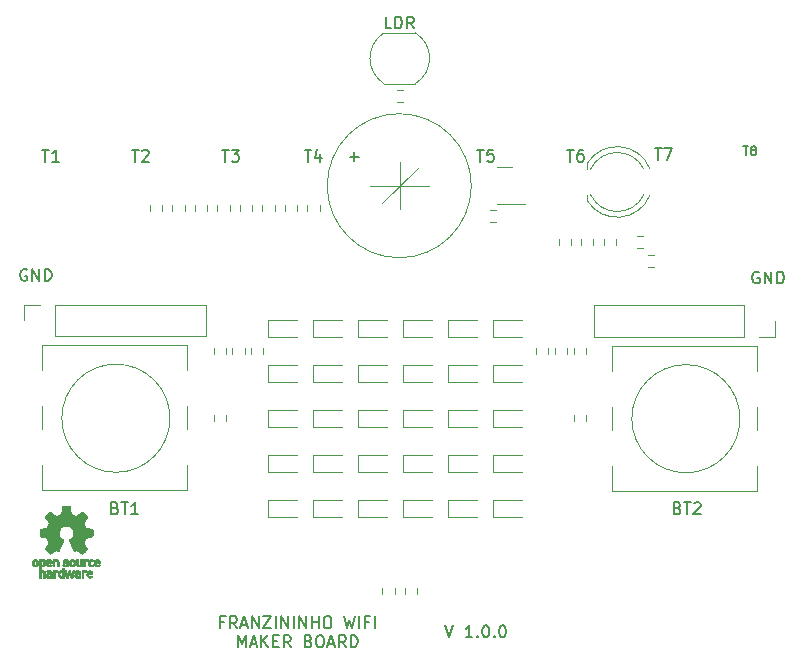
<source format=gbr>
%TF.GenerationSoftware,KiCad,Pcbnew,7.0.6-7.0.6~ubuntu22.04.1*%
%TF.CreationDate,2023-07-15T17:42:53-03:00*%
%TF.ProjectId,FRANZININHO-WIFI-MAKEYMAKEY,4652414e-5a49-44e4-994e-484f2d574946,1.0.0*%
%TF.SameCoordinates,Original*%
%TF.FileFunction,Legend,Top*%
%TF.FilePolarity,Positive*%
%FSLAX46Y46*%
G04 Gerber Fmt 4.6, Leading zero omitted, Abs format (unit mm)*
G04 Created by KiCad (PCBNEW 7.0.6-7.0.6~ubuntu22.04.1) date 2023-07-15 17:42:53*
%MOMM*%
%LPD*%
G01*
G04 APERTURE LIST*
%ADD10C,0.150000*%
%ADD11C,0.120000*%
%ADD12C,0.010000*%
G04 APERTURE END LIST*
D10*
X151688969Y-68602219D02*
X151212779Y-68602219D01*
X151212779Y-68602219D02*
X151212779Y-67602219D01*
X152022303Y-68602219D02*
X152022303Y-67602219D01*
X152022303Y-67602219D02*
X152260398Y-67602219D01*
X152260398Y-67602219D02*
X152403255Y-67649838D01*
X152403255Y-67649838D02*
X152498493Y-67745076D01*
X152498493Y-67745076D02*
X152546112Y-67840314D01*
X152546112Y-67840314D02*
X152593731Y-68030790D01*
X152593731Y-68030790D02*
X152593731Y-68173647D01*
X152593731Y-68173647D02*
X152546112Y-68364123D01*
X152546112Y-68364123D02*
X152498493Y-68459361D01*
X152498493Y-68459361D02*
X152403255Y-68554600D01*
X152403255Y-68554600D02*
X152260398Y-68602219D01*
X152260398Y-68602219D02*
X152022303Y-68602219D01*
X153593731Y-68602219D02*
X153260398Y-68126028D01*
X153022303Y-68602219D02*
X153022303Y-67602219D01*
X153022303Y-67602219D02*
X153403255Y-67602219D01*
X153403255Y-67602219D02*
X153498493Y-67649838D01*
X153498493Y-67649838D02*
X153546112Y-67697457D01*
X153546112Y-67697457D02*
X153593731Y-67792695D01*
X153593731Y-67792695D02*
X153593731Y-67935552D01*
X153593731Y-67935552D02*
X153546112Y-68030790D01*
X153546112Y-68030790D02*
X153498493Y-68078409D01*
X153498493Y-68078409D02*
X153403255Y-68126028D01*
X153403255Y-68126028D02*
X153022303Y-68126028D01*
X120824788Y-89011238D02*
X120729550Y-88963619D01*
X120729550Y-88963619D02*
X120586693Y-88963619D01*
X120586693Y-88963619D02*
X120443836Y-89011238D01*
X120443836Y-89011238D02*
X120348598Y-89106476D01*
X120348598Y-89106476D02*
X120300979Y-89201714D01*
X120300979Y-89201714D02*
X120253360Y-89392190D01*
X120253360Y-89392190D02*
X120253360Y-89535047D01*
X120253360Y-89535047D02*
X120300979Y-89725523D01*
X120300979Y-89725523D02*
X120348598Y-89820761D01*
X120348598Y-89820761D02*
X120443836Y-89916000D01*
X120443836Y-89916000D02*
X120586693Y-89963619D01*
X120586693Y-89963619D02*
X120681931Y-89963619D01*
X120681931Y-89963619D02*
X120824788Y-89916000D01*
X120824788Y-89916000D02*
X120872407Y-89868380D01*
X120872407Y-89868380D02*
X120872407Y-89535047D01*
X120872407Y-89535047D02*
X120681931Y-89535047D01*
X121300979Y-89963619D02*
X121300979Y-88963619D01*
X121300979Y-88963619D02*
X121872407Y-89963619D01*
X121872407Y-89963619D02*
X121872407Y-88963619D01*
X122348598Y-89963619D02*
X122348598Y-88963619D01*
X122348598Y-88963619D02*
X122586693Y-88963619D01*
X122586693Y-88963619D02*
X122729550Y-89011238D01*
X122729550Y-89011238D02*
X122824788Y-89106476D01*
X122824788Y-89106476D02*
X122872407Y-89201714D01*
X122872407Y-89201714D02*
X122920026Y-89392190D01*
X122920026Y-89392190D02*
X122920026Y-89535047D01*
X122920026Y-89535047D02*
X122872407Y-89725523D01*
X122872407Y-89725523D02*
X122824788Y-89820761D01*
X122824788Y-89820761D02*
X122729550Y-89916000D01*
X122729550Y-89916000D02*
X122586693Y-89963619D01*
X122586693Y-89963619D02*
X122348598Y-89963619D01*
X182826188Y-89239838D02*
X182730950Y-89192219D01*
X182730950Y-89192219D02*
X182588093Y-89192219D01*
X182588093Y-89192219D02*
X182445236Y-89239838D01*
X182445236Y-89239838D02*
X182349998Y-89335076D01*
X182349998Y-89335076D02*
X182302379Y-89430314D01*
X182302379Y-89430314D02*
X182254760Y-89620790D01*
X182254760Y-89620790D02*
X182254760Y-89763647D01*
X182254760Y-89763647D02*
X182302379Y-89954123D01*
X182302379Y-89954123D02*
X182349998Y-90049361D01*
X182349998Y-90049361D02*
X182445236Y-90144600D01*
X182445236Y-90144600D02*
X182588093Y-90192219D01*
X182588093Y-90192219D02*
X182683331Y-90192219D01*
X182683331Y-90192219D02*
X182826188Y-90144600D01*
X182826188Y-90144600D02*
X182873807Y-90096980D01*
X182873807Y-90096980D02*
X182873807Y-89763647D01*
X182873807Y-89763647D02*
X182683331Y-89763647D01*
X183302379Y-90192219D02*
X183302379Y-89192219D01*
X183302379Y-89192219D02*
X183873807Y-90192219D01*
X183873807Y-90192219D02*
X183873807Y-89192219D01*
X184349998Y-90192219D02*
X184349998Y-89192219D01*
X184349998Y-89192219D02*
X184588093Y-89192219D01*
X184588093Y-89192219D02*
X184730950Y-89239838D01*
X184730950Y-89239838D02*
X184826188Y-89335076D01*
X184826188Y-89335076D02*
X184873807Y-89430314D01*
X184873807Y-89430314D02*
X184921426Y-89620790D01*
X184921426Y-89620790D02*
X184921426Y-89763647D01*
X184921426Y-89763647D02*
X184873807Y-89954123D01*
X184873807Y-89954123D02*
X184826188Y-90049361D01*
X184826188Y-90049361D02*
X184730950Y-90144600D01*
X184730950Y-90144600D02*
X184588093Y-90192219D01*
X184588093Y-90192219D02*
X184349998Y-90192219D01*
X181476455Y-78562745D02*
X181911884Y-78562745D01*
X181694169Y-79324745D02*
X181694169Y-78562745D01*
X182274740Y-78889317D02*
X182202169Y-78853031D01*
X182202169Y-78853031D02*
X182165883Y-78816745D01*
X182165883Y-78816745D02*
X182129597Y-78744174D01*
X182129597Y-78744174D02*
X182129597Y-78707888D01*
X182129597Y-78707888D02*
X182165883Y-78635317D01*
X182165883Y-78635317D02*
X182202169Y-78599031D01*
X182202169Y-78599031D02*
X182274740Y-78562745D01*
X182274740Y-78562745D02*
X182419883Y-78562745D01*
X182419883Y-78562745D02*
X182492455Y-78599031D01*
X182492455Y-78599031D02*
X182528740Y-78635317D01*
X182528740Y-78635317D02*
X182565026Y-78707888D01*
X182565026Y-78707888D02*
X182565026Y-78744174D01*
X182565026Y-78744174D02*
X182528740Y-78816745D01*
X182528740Y-78816745D02*
X182492455Y-78853031D01*
X182492455Y-78853031D02*
X182419883Y-78889317D01*
X182419883Y-78889317D02*
X182274740Y-78889317D01*
X182274740Y-78889317D02*
X182202169Y-78925602D01*
X182202169Y-78925602D02*
X182165883Y-78961888D01*
X182165883Y-78961888D02*
X182129597Y-79034460D01*
X182129597Y-79034460D02*
X182129597Y-79179602D01*
X182129597Y-79179602D02*
X182165883Y-79252174D01*
X182165883Y-79252174D02*
X182202169Y-79288460D01*
X182202169Y-79288460D02*
X182274740Y-79324745D01*
X182274740Y-79324745D02*
X182419883Y-79324745D01*
X182419883Y-79324745D02*
X182492455Y-79288460D01*
X182492455Y-79288460D02*
X182528740Y-79252174D01*
X182528740Y-79252174D02*
X182565026Y-79179602D01*
X182565026Y-79179602D02*
X182565026Y-79034460D01*
X182565026Y-79034460D02*
X182528740Y-78961888D01*
X182528740Y-78961888D02*
X182492455Y-78925602D01*
X182492455Y-78925602D02*
X182419883Y-78889317D01*
X174006122Y-78752819D02*
X174577550Y-78752819D01*
X174291836Y-79752819D02*
X174291836Y-78752819D01*
X174815646Y-78752819D02*
X175482312Y-78752819D01*
X175482312Y-78752819D02*
X175053741Y-79752819D01*
X166563922Y-78879819D02*
X167135350Y-78879819D01*
X166849636Y-79879819D02*
X166849636Y-78879819D01*
X167897255Y-78879819D02*
X167706779Y-78879819D01*
X167706779Y-78879819D02*
X167611541Y-78927438D01*
X167611541Y-78927438D02*
X167563922Y-78975057D01*
X167563922Y-78975057D02*
X167468684Y-79117914D01*
X167468684Y-79117914D02*
X167421065Y-79308390D01*
X167421065Y-79308390D02*
X167421065Y-79689342D01*
X167421065Y-79689342D02*
X167468684Y-79784580D01*
X167468684Y-79784580D02*
X167516303Y-79832200D01*
X167516303Y-79832200D02*
X167611541Y-79879819D01*
X167611541Y-79879819D02*
X167802017Y-79879819D01*
X167802017Y-79879819D02*
X167897255Y-79832200D01*
X167897255Y-79832200D02*
X167944874Y-79784580D01*
X167944874Y-79784580D02*
X167992493Y-79689342D01*
X167992493Y-79689342D02*
X167992493Y-79451247D01*
X167992493Y-79451247D02*
X167944874Y-79356009D01*
X167944874Y-79356009D02*
X167897255Y-79308390D01*
X167897255Y-79308390D02*
X167802017Y-79260771D01*
X167802017Y-79260771D02*
X167611541Y-79260771D01*
X167611541Y-79260771D02*
X167516303Y-79308390D01*
X167516303Y-79308390D02*
X167468684Y-79356009D01*
X167468684Y-79356009D02*
X167421065Y-79451247D01*
X158943922Y-78879819D02*
X159515350Y-78879819D01*
X159229636Y-79879819D02*
X159229636Y-78879819D01*
X160324874Y-78879819D02*
X159848684Y-78879819D01*
X159848684Y-78879819D02*
X159801065Y-79356009D01*
X159801065Y-79356009D02*
X159848684Y-79308390D01*
X159848684Y-79308390D02*
X159943922Y-79260771D01*
X159943922Y-79260771D02*
X160182017Y-79260771D01*
X160182017Y-79260771D02*
X160277255Y-79308390D01*
X160277255Y-79308390D02*
X160324874Y-79356009D01*
X160324874Y-79356009D02*
X160372493Y-79451247D01*
X160372493Y-79451247D02*
X160372493Y-79689342D01*
X160372493Y-79689342D02*
X160324874Y-79784580D01*
X160324874Y-79784580D02*
X160277255Y-79832200D01*
X160277255Y-79832200D02*
X160182017Y-79879819D01*
X160182017Y-79879819D02*
X159943922Y-79879819D01*
X159943922Y-79879819D02*
X159848684Y-79832200D01*
X159848684Y-79832200D02*
X159801065Y-79784580D01*
X144338922Y-78879819D02*
X144910350Y-78879819D01*
X144624636Y-79879819D02*
X144624636Y-78879819D01*
X145672255Y-79213152D02*
X145672255Y-79879819D01*
X145434160Y-78832200D02*
X145196065Y-79546485D01*
X145196065Y-79546485D02*
X145815112Y-79546485D01*
X137353922Y-78879819D02*
X137925350Y-78879819D01*
X137639636Y-79879819D02*
X137639636Y-78879819D01*
X138163446Y-78879819D02*
X138782493Y-78879819D01*
X138782493Y-78879819D02*
X138449160Y-79260771D01*
X138449160Y-79260771D02*
X138592017Y-79260771D01*
X138592017Y-79260771D02*
X138687255Y-79308390D01*
X138687255Y-79308390D02*
X138734874Y-79356009D01*
X138734874Y-79356009D02*
X138782493Y-79451247D01*
X138782493Y-79451247D02*
X138782493Y-79689342D01*
X138782493Y-79689342D02*
X138734874Y-79784580D01*
X138734874Y-79784580D02*
X138687255Y-79832200D01*
X138687255Y-79832200D02*
X138592017Y-79879819D01*
X138592017Y-79879819D02*
X138306303Y-79879819D01*
X138306303Y-79879819D02*
X138211065Y-79832200D01*
X138211065Y-79832200D02*
X138163446Y-79784580D01*
X129733922Y-78879819D02*
X130305350Y-78879819D01*
X130019636Y-79879819D02*
X130019636Y-78879819D01*
X130591065Y-78975057D02*
X130638684Y-78927438D01*
X130638684Y-78927438D02*
X130733922Y-78879819D01*
X130733922Y-78879819D02*
X130972017Y-78879819D01*
X130972017Y-78879819D02*
X131067255Y-78927438D01*
X131067255Y-78927438D02*
X131114874Y-78975057D01*
X131114874Y-78975057D02*
X131162493Y-79070295D01*
X131162493Y-79070295D02*
X131162493Y-79165533D01*
X131162493Y-79165533D02*
X131114874Y-79308390D01*
X131114874Y-79308390D02*
X130543446Y-79879819D01*
X130543446Y-79879819D02*
X131162493Y-79879819D01*
X122113922Y-78879819D02*
X122685350Y-78879819D01*
X122399636Y-79879819D02*
X122399636Y-78879819D01*
X123542493Y-79879819D02*
X122971065Y-79879819D01*
X123256779Y-79879819D02*
X123256779Y-78879819D01*
X123256779Y-78879819D02*
X123161541Y-79022676D01*
X123161541Y-79022676D02*
X123066303Y-79117914D01*
X123066303Y-79117914D02*
X122971065Y-79165533D01*
X175930112Y-109201009D02*
X176072969Y-109248628D01*
X176072969Y-109248628D02*
X176120588Y-109296247D01*
X176120588Y-109296247D02*
X176168207Y-109391485D01*
X176168207Y-109391485D02*
X176168207Y-109534342D01*
X176168207Y-109534342D02*
X176120588Y-109629580D01*
X176120588Y-109629580D02*
X176072969Y-109677200D01*
X176072969Y-109677200D02*
X175977731Y-109724819D01*
X175977731Y-109724819D02*
X175596779Y-109724819D01*
X175596779Y-109724819D02*
X175596779Y-108724819D01*
X175596779Y-108724819D02*
X175930112Y-108724819D01*
X175930112Y-108724819D02*
X176025350Y-108772438D01*
X176025350Y-108772438D02*
X176072969Y-108820057D01*
X176072969Y-108820057D02*
X176120588Y-108915295D01*
X176120588Y-108915295D02*
X176120588Y-109010533D01*
X176120588Y-109010533D02*
X176072969Y-109105771D01*
X176072969Y-109105771D02*
X176025350Y-109153390D01*
X176025350Y-109153390D02*
X175930112Y-109201009D01*
X175930112Y-109201009D02*
X175596779Y-109201009D01*
X176453922Y-108724819D02*
X177025350Y-108724819D01*
X176739636Y-109724819D02*
X176739636Y-108724819D01*
X177311065Y-108820057D02*
X177358684Y-108772438D01*
X177358684Y-108772438D02*
X177453922Y-108724819D01*
X177453922Y-108724819D02*
X177692017Y-108724819D01*
X177692017Y-108724819D02*
X177787255Y-108772438D01*
X177787255Y-108772438D02*
X177834874Y-108820057D01*
X177834874Y-108820057D02*
X177882493Y-108915295D01*
X177882493Y-108915295D02*
X177882493Y-109010533D01*
X177882493Y-109010533D02*
X177834874Y-109153390D01*
X177834874Y-109153390D02*
X177263446Y-109724819D01*
X177263446Y-109724819D02*
X177882493Y-109724819D01*
X128305112Y-109201009D02*
X128447969Y-109248628D01*
X128447969Y-109248628D02*
X128495588Y-109296247D01*
X128495588Y-109296247D02*
X128543207Y-109391485D01*
X128543207Y-109391485D02*
X128543207Y-109534342D01*
X128543207Y-109534342D02*
X128495588Y-109629580D01*
X128495588Y-109629580D02*
X128447969Y-109677200D01*
X128447969Y-109677200D02*
X128352731Y-109724819D01*
X128352731Y-109724819D02*
X127971779Y-109724819D01*
X127971779Y-109724819D02*
X127971779Y-108724819D01*
X127971779Y-108724819D02*
X128305112Y-108724819D01*
X128305112Y-108724819D02*
X128400350Y-108772438D01*
X128400350Y-108772438D02*
X128447969Y-108820057D01*
X128447969Y-108820057D02*
X128495588Y-108915295D01*
X128495588Y-108915295D02*
X128495588Y-109010533D01*
X128495588Y-109010533D02*
X128447969Y-109105771D01*
X128447969Y-109105771D02*
X128400350Y-109153390D01*
X128400350Y-109153390D02*
X128305112Y-109201009D01*
X128305112Y-109201009D02*
X127971779Y-109201009D01*
X128828922Y-108724819D02*
X129400350Y-108724819D01*
X129114636Y-109724819D02*
X129114636Y-108724819D01*
X130257493Y-109724819D02*
X129686065Y-109724819D01*
X129971779Y-109724819D02*
X129971779Y-108724819D01*
X129971779Y-108724819D02*
X129876541Y-108867676D01*
X129876541Y-108867676D02*
X129781303Y-108962914D01*
X129781303Y-108962914D02*
X129686065Y-109010533D01*
X156257953Y-119139619D02*
X156591286Y-120139619D01*
X156591286Y-120139619D02*
X156924619Y-119139619D01*
X158543667Y-120139619D02*
X157972239Y-120139619D01*
X158257953Y-120139619D02*
X158257953Y-119139619D01*
X158257953Y-119139619D02*
X158162715Y-119282476D01*
X158162715Y-119282476D02*
X158067477Y-119377714D01*
X158067477Y-119377714D02*
X157972239Y-119425333D01*
X158972239Y-120044380D02*
X159019858Y-120092000D01*
X159019858Y-120092000D02*
X158972239Y-120139619D01*
X158972239Y-120139619D02*
X158924620Y-120092000D01*
X158924620Y-120092000D02*
X158972239Y-120044380D01*
X158972239Y-120044380D02*
X158972239Y-120139619D01*
X159638905Y-119139619D02*
X159734143Y-119139619D01*
X159734143Y-119139619D02*
X159829381Y-119187238D01*
X159829381Y-119187238D02*
X159877000Y-119234857D01*
X159877000Y-119234857D02*
X159924619Y-119330095D01*
X159924619Y-119330095D02*
X159972238Y-119520571D01*
X159972238Y-119520571D02*
X159972238Y-119758666D01*
X159972238Y-119758666D02*
X159924619Y-119949142D01*
X159924619Y-119949142D02*
X159877000Y-120044380D01*
X159877000Y-120044380D02*
X159829381Y-120092000D01*
X159829381Y-120092000D02*
X159734143Y-120139619D01*
X159734143Y-120139619D02*
X159638905Y-120139619D01*
X159638905Y-120139619D02*
X159543667Y-120092000D01*
X159543667Y-120092000D02*
X159496048Y-120044380D01*
X159496048Y-120044380D02*
X159448429Y-119949142D01*
X159448429Y-119949142D02*
X159400810Y-119758666D01*
X159400810Y-119758666D02*
X159400810Y-119520571D01*
X159400810Y-119520571D02*
X159448429Y-119330095D01*
X159448429Y-119330095D02*
X159496048Y-119234857D01*
X159496048Y-119234857D02*
X159543667Y-119187238D01*
X159543667Y-119187238D02*
X159638905Y-119139619D01*
X160400810Y-120044380D02*
X160448429Y-120092000D01*
X160448429Y-120092000D02*
X160400810Y-120139619D01*
X160400810Y-120139619D02*
X160353191Y-120092000D01*
X160353191Y-120092000D02*
X160400810Y-120044380D01*
X160400810Y-120044380D02*
X160400810Y-120139619D01*
X161067476Y-119139619D02*
X161162714Y-119139619D01*
X161162714Y-119139619D02*
X161257952Y-119187238D01*
X161257952Y-119187238D02*
X161305571Y-119234857D01*
X161305571Y-119234857D02*
X161353190Y-119330095D01*
X161353190Y-119330095D02*
X161400809Y-119520571D01*
X161400809Y-119520571D02*
X161400809Y-119758666D01*
X161400809Y-119758666D02*
X161353190Y-119949142D01*
X161353190Y-119949142D02*
X161305571Y-120044380D01*
X161305571Y-120044380D02*
X161257952Y-120092000D01*
X161257952Y-120092000D02*
X161162714Y-120139619D01*
X161162714Y-120139619D02*
X161067476Y-120139619D01*
X161067476Y-120139619D02*
X160972238Y-120092000D01*
X160972238Y-120092000D02*
X160924619Y-120044380D01*
X160924619Y-120044380D02*
X160877000Y-119949142D01*
X160877000Y-119949142D02*
X160829381Y-119758666D01*
X160829381Y-119758666D02*
X160829381Y-119520571D01*
X160829381Y-119520571D02*
X160877000Y-119330095D01*
X160877000Y-119330095D02*
X160924619Y-119234857D01*
X160924619Y-119234857D02*
X160972238Y-119187238D01*
X160972238Y-119187238D02*
X161067476Y-119139619D01*
X137524315Y-118861609D02*
X137190982Y-118861609D01*
X137190982Y-119385419D02*
X137190982Y-118385419D01*
X137190982Y-118385419D02*
X137667172Y-118385419D01*
X138619553Y-119385419D02*
X138286220Y-118909228D01*
X138048125Y-119385419D02*
X138048125Y-118385419D01*
X138048125Y-118385419D02*
X138429077Y-118385419D01*
X138429077Y-118385419D02*
X138524315Y-118433038D01*
X138524315Y-118433038D02*
X138571934Y-118480657D01*
X138571934Y-118480657D02*
X138619553Y-118575895D01*
X138619553Y-118575895D02*
X138619553Y-118718752D01*
X138619553Y-118718752D02*
X138571934Y-118813990D01*
X138571934Y-118813990D02*
X138524315Y-118861609D01*
X138524315Y-118861609D02*
X138429077Y-118909228D01*
X138429077Y-118909228D02*
X138048125Y-118909228D01*
X139000506Y-119099704D02*
X139476696Y-119099704D01*
X138905268Y-119385419D02*
X139238601Y-118385419D01*
X139238601Y-118385419D02*
X139571934Y-119385419D01*
X139905268Y-119385419D02*
X139905268Y-118385419D01*
X139905268Y-118385419D02*
X140476696Y-119385419D01*
X140476696Y-119385419D02*
X140476696Y-118385419D01*
X140857649Y-118385419D02*
X141524315Y-118385419D01*
X141524315Y-118385419D02*
X140857649Y-119385419D01*
X140857649Y-119385419D02*
X141524315Y-119385419D01*
X141905268Y-119385419D02*
X141905268Y-118385419D01*
X142381458Y-119385419D02*
X142381458Y-118385419D01*
X142381458Y-118385419D02*
X142952886Y-119385419D01*
X142952886Y-119385419D02*
X142952886Y-118385419D01*
X143429077Y-119385419D02*
X143429077Y-118385419D01*
X143905267Y-119385419D02*
X143905267Y-118385419D01*
X143905267Y-118385419D02*
X144476695Y-119385419D01*
X144476695Y-119385419D02*
X144476695Y-118385419D01*
X144952886Y-119385419D02*
X144952886Y-118385419D01*
X144952886Y-118861609D02*
X145524314Y-118861609D01*
X145524314Y-119385419D02*
X145524314Y-118385419D01*
X146190981Y-118385419D02*
X146381457Y-118385419D01*
X146381457Y-118385419D02*
X146476695Y-118433038D01*
X146476695Y-118433038D02*
X146571933Y-118528276D01*
X146571933Y-118528276D02*
X146619552Y-118718752D01*
X146619552Y-118718752D02*
X146619552Y-119052085D01*
X146619552Y-119052085D02*
X146571933Y-119242561D01*
X146571933Y-119242561D02*
X146476695Y-119337800D01*
X146476695Y-119337800D02*
X146381457Y-119385419D01*
X146381457Y-119385419D02*
X146190981Y-119385419D01*
X146190981Y-119385419D02*
X146095743Y-119337800D01*
X146095743Y-119337800D02*
X146000505Y-119242561D01*
X146000505Y-119242561D02*
X145952886Y-119052085D01*
X145952886Y-119052085D02*
X145952886Y-118718752D01*
X145952886Y-118718752D02*
X146000505Y-118528276D01*
X146000505Y-118528276D02*
X146095743Y-118433038D01*
X146095743Y-118433038D02*
X146190981Y-118385419D01*
X147714791Y-118385419D02*
X147952886Y-119385419D01*
X147952886Y-119385419D02*
X148143362Y-118671133D01*
X148143362Y-118671133D02*
X148333838Y-119385419D01*
X148333838Y-119385419D02*
X148571934Y-118385419D01*
X148952886Y-119385419D02*
X148952886Y-118385419D01*
X149762409Y-118861609D02*
X149429076Y-118861609D01*
X149429076Y-119385419D02*
X149429076Y-118385419D01*
X149429076Y-118385419D02*
X149905266Y-118385419D01*
X150286219Y-119385419D02*
X150286219Y-118385419D01*
X138690981Y-120995419D02*
X138690981Y-119995419D01*
X138690981Y-119995419D02*
X139024314Y-120709704D01*
X139024314Y-120709704D02*
X139357647Y-119995419D01*
X139357647Y-119995419D02*
X139357647Y-120995419D01*
X139786219Y-120709704D02*
X140262409Y-120709704D01*
X139690981Y-120995419D02*
X140024314Y-119995419D01*
X140024314Y-119995419D02*
X140357647Y-120995419D01*
X140690981Y-120995419D02*
X140690981Y-119995419D01*
X141262409Y-120995419D02*
X140833838Y-120423990D01*
X141262409Y-119995419D02*
X140690981Y-120566847D01*
X141690981Y-120471609D02*
X142024314Y-120471609D01*
X142167171Y-120995419D02*
X141690981Y-120995419D01*
X141690981Y-120995419D02*
X141690981Y-119995419D01*
X141690981Y-119995419D02*
X142167171Y-119995419D01*
X143167171Y-120995419D02*
X142833838Y-120519228D01*
X142595743Y-120995419D02*
X142595743Y-119995419D01*
X142595743Y-119995419D02*
X142976695Y-119995419D01*
X142976695Y-119995419D02*
X143071933Y-120043038D01*
X143071933Y-120043038D02*
X143119552Y-120090657D01*
X143119552Y-120090657D02*
X143167171Y-120185895D01*
X143167171Y-120185895D02*
X143167171Y-120328752D01*
X143167171Y-120328752D02*
X143119552Y-120423990D01*
X143119552Y-120423990D02*
X143071933Y-120471609D01*
X143071933Y-120471609D02*
X142976695Y-120519228D01*
X142976695Y-120519228D02*
X142595743Y-120519228D01*
X144690981Y-120471609D02*
X144833838Y-120519228D01*
X144833838Y-120519228D02*
X144881457Y-120566847D01*
X144881457Y-120566847D02*
X144929076Y-120662085D01*
X144929076Y-120662085D02*
X144929076Y-120804942D01*
X144929076Y-120804942D02*
X144881457Y-120900180D01*
X144881457Y-120900180D02*
X144833838Y-120947800D01*
X144833838Y-120947800D02*
X144738600Y-120995419D01*
X144738600Y-120995419D02*
X144357648Y-120995419D01*
X144357648Y-120995419D02*
X144357648Y-119995419D01*
X144357648Y-119995419D02*
X144690981Y-119995419D01*
X144690981Y-119995419D02*
X144786219Y-120043038D01*
X144786219Y-120043038D02*
X144833838Y-120090657D01*
X144833838Y-120090657D02*
X144881457Y-120185895D01*
X144881457Y-120185895D02*
X144881457Y-120281133D01*
X144881457Y-120281133D02*
X144833838Y-120376371D01*
X144833838Y-120376371D02*
X144786219Y-120423990D01*
X144786219Y-120423990D02*
X144690981Y-120471609D01*
X144690981Y-120471609D02*
X144357648Y-120471609D01*
X145548124Y-119995419D02*
X145738600Y-119995419D01*
X145738600Y-119995419D02*
X145833838Y-120043038D01*
X145833838Y-120043038D02*
X145929076Y-120138276D01*
X145929076Y-120138276D02*
X145976695Y-120328752D01*
X145976695Y-120328752D02*
X145976695Y-120662085D01*
X145976695Y-120662085D02*
X145929076Y-120852561D01*
X145929076Y-120852561D02*
X145833838Y-120947800D01*
X145833838Y-120947800D02*
X145738600Y-120995419D01*
X145738600Y-120995419D02*
X145548124Y-120995419D01*
X145548124Y-120995419D02*
X145452886Y-120947800D01*
X145452886Y-120947800D02*
X145357648Y-120852561D01*
X145357648Y-120852561D02*
X145310029Y-120662085D01*
X145310029Y-120662085D02*
X145310029Y-120328752D01*
X145310029Y-120328752D02*
X145357648Y-120138276D01*
X145357648Y-120138276D02*
X145452886Y-120043038D01*
X145452886Y-120043038D02*
X145548124Y-119995419D01*
X146357648Y-120709704D02*
X146833838Y-120709704D01*
X146262410Y-120995419D02*
X146595743Y-119995419D01*
X146595743Y-119995419D02*
X146929076Y-120995419D01*
X147833838Y-120995419D02*
X147500505Y-120519228D01*
X147262410Y-120995419D02*
X147262410Y-119995419D01*
X147262410Y-119995419D02*
X147643362Y-119995419D01*
X147643362Y-119995419D02*
X147738600Y-120043038D01*
X147738600Y-120043038D02*
X147786219Y-120090657D01*
X147786219Y-120090657D02*
X147833838Y-120185895D01*
X147833838Y-120185895D02*
X147833838Y-120328752D01*
X147833838Y-120328752D02*
X147786219Y-120423990D01*
X147786219Y-120423990D02*
X147738600Y-120471609D01*
X147738600Y-120471609D02*
X147643362Y-120519228D01*
X147643362Y-120519228D02*
X147262410Y-120519228D01*
X148262410Y-120995419D02*
X148262410Y-119995419D01*
X148262410Y-119995419D02*
X148500505Y-119995419D01*
X148500505Y-119995419D02*
X148643362Y-120043038D01*
X148643362Y-120043038D02*
X148738600Y-120138276D01*
X148738600Y-120138276D02*
X148786219Y-120233514D01*
X148786219Y-120233514D02*
X148833838Y-120423990D01*
X148833838Y-120423990D02*
X148833838Y-120566847D01*
X148833838Y-120566847D02*
X148786219Y-120757323D01*
X148786219Y-120757323D02*
X148738600Y-120852561D01*
X148738600Y-120852561D02*
X148643362Y-120947800D01*
X148643362Y-120947800D02*
X148500505Y-120995419D01*
X148500505Y-120995419D02*
X148262410Y-120995419D01*
X148169048Y-79448866D02*
X148930953Y-79448866D01*
X148550000Y-79829819D02*
X148550000Y-79067914D01*
D11*
%TO.C,D1*%
X143675000Y-93245000D02*
X141215000Y-93245000D01*
X141215000Y-94715000D02*
X143675000Y-94715000D01*
X141215000Y-93245000D02*
X141215000Y-94715000D01*
%TO.C,LS1*%
X152410000Y-79915000D02*
X152410000Y-83915000D01*
X150910000Y-83415000D02*
X153910000Y-80415000D01*
X149910000Y-81915000D02*
X154910000Y-81915000D01*
X158460000Y-81915000D02*
G75*
G03*
X158460000Y-81915000I-6100000J0D01*
G01*
%TO.C,D27*%
X148835000Y-108485000D02*
X148835000Y-109955000D01*
X148835000Y-109955000D02*
X151295000Y-109955000D01*
X151295000Y-108485000D02*
X148835000Y-108485000D01*
%TO.C,R17*%
X134190000Y-84074724D02*
X134190000Y-83565276D01*
X133145000Y-84074724D02*
X133145000Y-83565276D01*
%TO.C,R7*%
X167117500Y-95630276D02*
X167117500Y-96139724D01*
X168162500Y-95630276D02*
X168162500Y-96139724D01*
%TO.C,REF\u002A\u002A*%
D12*
X126359726Y-113541380D02*
X126432580Y-113572330D01*
X126455527Y-113587395D01*
X126484854Y-113610548D01*
X126503264Y-113628753D01*
X126506461Y-113634683D01*
X126497435Y-113647840D01*
X126474337Y-113670167D01*
X126455844Y-113685750D01*
X126405228Y-113726426D01*
X126365260Y-113692795D01*
X126334374Y-113671084D01*
X126304259Y-113663590D01*
X126269792Y-113665420D01*
X126215061Y-113679028D01*
X126177386Y-113707272D01*
X126154491Y-113752933D01*
X126144097Y-113818789D01*
X126144095Y-113818831D01*
X126144994Y-113892439D01*
X126158963Y-113946446D01*
X126186828Y-113983216D01*
X126205825Y-113995668D01*
X126256276Y-114011173D01*
X126310163Y-114011183D01*
X126357046Y-113996138D01*
X126368144Y-113988787D01*
X126395976Y-113970011D01*
X126417736Y-113966934D01*
X126441204Y-113980909D01*
X126467149Y-114006010D01*
X126508216Y-114048380D01*
X126462621Y-114085964D01*
X126392174Y-114128382D01*
X126312733Y-114149285D01*
X126229715Y-114147772D01*
X126175194Y-114133911D01*
X126111470Y-114099635D01*
X126060505Y-114045712D01*
X126037351Y-114007649D01*
X126018599Y-113953036D01*
X126009215Y-113883869D01*
X126009143Y-113808907D01*
X126018324Y-113736909D01*
X126036699Y-113676637D01*
X126039593Y-113670458D01*
X126082452Y-113609851D01*
X126140479Y-113565724D01*
X126209091Y-113538993D01*
X126283701Y-113530573D01*
X126359726Y-113541380D01*
G36*
X126359726Y-113541380D02*
G01*
X126432580Y-113572330D01*
X126455527Y-113587395D01*
X126484854Y-113610548D01*
X126503264Y-113628753D01*
X126506461Y-113634683D01*
X126497435Y-113647840D01*
X126474337Y-113670167D01*
X126455844Y-113685750D01*
X126405228Y-113726426D01*
X126365260Y-113692795D01*
X126334374Y-113671084D01*
X126304259Y-113663590D01*
X126269792Y-113665420D01*
X126215061Y-113679028D01*
X126177386Y-113707272D01*
X126154491Y-113752933D01*
X126144097Y-113818789D01*
X126144095Y-113818831D01*
X126144994Y-113892439D01*
X126158963Y-113946446D01*
X126186828Y-113983216D01*
X126205825Y-113995668D01*
X126256276Y-114011173D01*
X126310163Y-114011183D01*
X126357046Y-113996138D01*
X126368144Y-113988787D01*
X126395976Y-113970011D01*
X126417736Y-113966934D01*
X126441204Y-113980909D01*
X126467149Y-114006010D01*
X126508216Y-114048380D01*
X126462621Y-114085964D01*
X126392174Y-114128382D01*
X126312733Y-114149285D01*
X126229715Y-114147772D01*
X126175194Y-114133911D01*
X126111470Y-114099635D01*
X126060505Y-114045712D01*
X126037351Y-114007649D01*
X126018599Y-113953036D01*
X126009215Y-113883869D01*
X126009143Y-113808907D01*
X126018324Y-113736909D01*
X126036699Y-113676637D01*
X126039593Y-113670458D01*
X126082452Y-113609851D01*
X126140479Y-113565724D01*
X126209091Y-113538993D01*
X126283701Y-113530573D01*
X126359726Y-113541380D01*
G37*
X124519464Y-109367518D02*
X124576312Y-109669070D01*
X124995838Y-109842012D01*
X125247484Y-109670895D01*
X125317958Y-109623250D01*
X125381663Y-109580710D01*
X125435626Y-109545215D01*
X125476873Y-109518710D01*
X125502434Y-109503136D01*
X125509395Y-109499778D01*
X125521935Y-109508414D01*
X125548731Y-109532292D01*
X125586780Y-109568359D01*
X125633079Y-109613567D01*
X125684623Y-109664864D01*
X125738409Y-109719201D01*
X125791435Y-109773528D01*
X125840695Y-109824795D01*
X125883187Y-109869951D01*
X125915907Y-109905946D01*
X125935851Y-109929730D01*
X125940619Y-109937690D01*
X125933757Y-109952365D01*
X125914520Y-109984514D01*
X125884930Y-110030992D01*
X125847010Y-110088656D01*
X125802782Y-110154360D01*
X125777154Y-110191836D01*
X125730441Y-110260268D01*
X125688932Y-110322020D01*
X125654640Y-110374019D01*
X125629580Y-110413192D01*
X125615764Y-110436465D01*
X125613688Y-110441355D01*
X125618395Y-110455255D01*
X125631223Y-110487650D01*
X125650238Y-110533985D01*
X125673503Y-110589706D01*
X125699084Y-110650258D01*
X125725045Y-110711086D01*
X125749450Y-110767636D01*
X125770363Y-110815352D01*
X125785849Y-110849681D01*
X125793972Y-110866068D01*
X125794452Y-110866712D01*
X125807207Y-110869841D01*
X125841177Y-110876821D01*
X125892840Y-110886967D01*
X125958676Y-110899592D01*
X126035164Y-110914009D01*
X126079790Y-110922323D01*
X126161521Y-110937884D01*
X126235343Y-110952692D01*
X126297521Y-110965936D01*
X126344322Y-110976805D01*
X126372009Y-110984489D01*
X126377574Y-110986927D01*
X126383026Y-111003430D01*
X126387424Y-111040700D01*
X126390772Y-111094380D01*
X126393074Y-111160112D01*
X126394332Y-111233537D01*
X126394548Y-111310296D01*
X126393727Y-111386032D01*
X126391871Y-111456386D01*
X126388982Y-111517000D01*
X126385065Y-111563516D01*
X126380122Y-111591575D01*
X126377157Y-111597416D01*
X126359434Y-111604417D01*
X126321881Y-111614427D01*
X126269464Y-111626269D01*
X126207152Y-111638767D01*
X126185400Y-111642810D01*
X126080524Y-111662020D01*
X125997680Y-111677491D01*
X125934130Y-111689837D01*
X125887137Y-111699673D01*
X125853963Y-111707614D01*
X125831871Y-111714276D01*
X125818124Y-111720273D01*
X125809984Y-111726219D01*
X125808845Y-111727394D01*
X125797477Y-111746326D01*
X125780135Y-111783169D01*
X125758550Y-111833413D01*
X125734454Y-111892546D01*
X125709579Y-111956056D01*
X125685657Y-112019432D01*
X125664419Y-112078162D01*
X125647597Y-112127735D01*
X125636922Y-112163639D01*
X125634127Y-112181362D01*
X125634360Y-112181983D01*
X125643831Y-112196470D01*
X125665318Y-112228344D01*
X125696563Y-112274289D01*
X125735307Y-112330985D01*
X125779293Y-112395117D01*
X125791819Y-112413342D01*
X125836484Y-112479414D01*
X125875788Y-112539700D01*
X125907588Y-112590735D01*
X125929745Y-112629060D01*
X125940117Y-112651211D01*
X125940619Y-112653932D01*
X125931905Y-112668236D01*
X125907825Y-112696572D01*
X125871476Y-112735896D01*
X125825953Y-112783161D01*
X125774352Y-112835323D01*
X125719767Y-112889335D01*
X125665294Y-112942153D01*
X125614029Y-112990731D01*
X125569067Y-113032023D01*
X125533504Y-113062985D01*
X125510435Y-113080570D01*
X125504054Y-113083441D01*
X125489199Y-113076678D01*
X125458786Y-113058439D01*
X125417768Y-113031797D01*
X125386209Y-113010352D01*
X125329025Y-112971003D01*
X125261306Y-112924671D01*
X125193380Y-112878413D01*
X125156861Y-112853655D01*
X125033252Y-112770047D01*
X124929491Y-112826150D01*
X124882220Y-112850728D01*
X124842023Y-112869831D01*
X124814826Y-112880727D01*
X124807902Y-112882243D01*
X124799577Y-112871049D01*
X124783154Y-112839417D01*
X124759857Y-112790265D01*
X124730914Y-112726510D01*
X124697550Y-112651071D01*
X124660991Y-112566864D01*
X124622464Y-112476808D01*
X124583194Y-112383821D01*
X124544408Y-112290820D01*
X124507330Y-112200723D01*
X124473189Y-112116448D01*
X124443208Y-112040913D01*
X124418616Y-111977034D01*
X124400636Y-111927731D01*
X124390497Y-111895921D01*
X124388866Y-111884996D01*
X124401791Y-111871061D01*
X124430089Y-111848440D01*
X124467846Y-111821833D01*
X124471015Y-111819728D01*
X124568600Y-111741614D01*
X124647286Y-111650482D01*
X124706391Y-111549245D01*
X124745232Y-111440818D01*
X124763128Y-111328114D01*
X124759397Y-111214048D01*
X124733357Y-111101534D01*
X124684325Y-110993485D01*
X124669900Y-110969845D01*
X124594869Y-110874387D01*
X124506230Y-110797732D01*
X124407049Y-110740280D01*
X124300395Y-110702429D01*
X124189336Y-110684578D01*
X124076939Y-110687125D01*
X123966273Y-110710470D01*
X123860406Y-110755010D01*
X123762405Y-110821145D01*
X123732090Y-110847987D01*
X123654938Y-110932012D01*
X123598718Y-111020466D01*
X123560153Y-111119615D01*
X123538674Y-111217803D01*
X123533372Y-111328197D01*
X123551052Y-111439140D01*
X123589919Y-111546881D01*
X123648177Y-111647669D01*
X123724031Y-111737756D01*
X123815683Y-111813392D01*
X123827728Y-111821364D01*
X123865889Y-111847474D01*
X123894899Y-111870095D01*
X123908768Y-111884539D01*
X123908969Y-111884996D01*
X123905992Y-111900621D01*
X123894189Y-111936082D01*
X123874786Y-111988462D01*
X123849012Y-112054845D01*
X123818091Y-112132314D01*
X123783251Y-112217950D01*
X123745717Y-112308837D01*
X123706717Y-112402059D01*
X123667477Y-112494697D01*
X123629224Y-112583835D01*
X123593183Y-112666555D01*
X123560583Y-112739941D01*
X123532648Y-112801075D01*
X123510605Y-112847041D01*
X123495682Y-112874921D01*
X123489672Y-112882243D01*
X123471309Y-112876541D01*
X123436948Y-112861249D01*
X123392516Y-112839099D01*
X123368083Y-112826150D01*
X123264322Y-112770047D01*
X123140713Y-112853655D01*
X123077614Y-112896487D01*
X123008530Y-112943622D01*
X122943793Y-112988003D01*
X122911366Y-113010352D01*
X122865759Y-113040977D01*
X122827140Y-113065247D01*
X122800548Y-113080087D01*
X122791910Y-113083224D01*
X122779339Y-113074761D01*
X122751516Y-113051136D01*
X122711139Y-113014802D01*
X122660905Y-112968211D01*
X122603512Y-112913817D01*
X122567214Y-112878892D01*
X122503710Y-112816496D01*
X122448827Y-112760688D01*
X122404786Y-112713854D01*
X122373805Y-112678382D01*
X122358102Y-112656661D01*
X122356595Y-112652252D01*
X122363586Y-112635485D01*
X122382906Y-112601582D01*
X122412409Y-112553976D01*
X122449955Y-112496099D01*
X122493400Y-112431384D01*
X122505755Y-112413342D01*
X122550773Y-112347767D01*
X122591160Y-112288728D01*
X122624660Y-112239542D01*
X122649014Y-112203528D01*
X122661964Y-112184002D01*
X122663215Y-112181983D01*
X122661344Y-112166422D01*
X122651413Y-112132209D01*
X122635153Y-112083855D01*
X122614295Y-112025871D01*
X122590573Y-111962770D01*
X122565716Y-111899063D01*
X122541458Y-111839261D01*
X122519529Y-111787876D01*
X122501662Y-111749419D01*
X122489587Y-111728402D01*
X122488729Y-111727394D01*
X122481346Y-111721388D01*
X122468875Y-111715448D01*
X122448580Y-111708960D01*
X122417722Y-111701309D01*
X122373566Y-111691880D01*
X122313374Y-111680059D01*
X122234407Y-111665229D01*
X122133930Y-111646777D01*
X122112175Y-111642810D01*
X122047698Y-111630353D01*
X121991489Y-111618166D01*
X121948513Y-111607426D01*
X121923740Y-111599309D01*
X121920418Y-111597416D01*
X121914944Y-111580638D01*
X121910494Y-111543145D01*
X121907072Y-111489294D01*
X121904681Y-111423444D01*
X121903323Y-111349953D01*
X121903001Y-111273180D01*
X121903719Y-111197483D01*
X121905479Y-111127220D01*
X121908284Y-111066750D01*
X121912138Y-111020430D01*
X121917043Y-110992619D01*
X121920000Y-110986927D01*
X121936463Y-110981186D01*
X121973949Y-110971845D01*
X122028725Y-110959715D01*
X122097055Y-110945607D01*
X122175206Y-110930330D01*
X122217784Y-110922323D01*
X122298571Y-110907221D01*
X122370613Y-110893540D01*
X122430389Y-110881967D01*
X122474379Y-110873187D01*
X122499061Y-110867887D01*
X122503123Y-110866712D01*
X122509989Y-110853465D01*
X122524502Y-110821557D01*
X122544729Y-110775547D01*
X122568734Y-110719992D01*
X122594582Y-110659453D01*
X122620340Y-110598486D01*
X122644073Y-110541651D01*
X122663846Y-110493506D01*
X122677724Y-110458610D01*
X122683774Y-110441521D01*
X122683886Y-110440774D01*
X122677028Y-110427293D01*
X122657802Y-110396270D01*
X122628228Y-110350789D01*
X122590327Y-110293932D01*
X122546120Y-110228783D01*
X122520421Y-110191362D01*
X122473593Y-110122747D01*
X122432001Y-110060452D01*
X122397675Y-110007629D01*
X122372643Y-109967427D01*
X122358935Y-109943000D01*
X122356956Y-109937524D01*
X122365466Y-109924778D01*
X122388993Y-109897563D01*
X122424532Y-109858928D01*
X122469077Y-109811923D01*
X122519623Y-109759595D01*
X122573164Y-109704995D01*
X122626695Y-109651170D01*
X122677211Y-109601170D01*
X122721706Y-109558043D01*
X122757175Y-109524839D01*
X122780613Y-109504606D01*
X122788454Y-109499778D01*
X122801220Y-109506567D01*
X122831756Y-109525642D01*
X122877090Y-109555061D01*
X122934256Y-109592881D01*
X123000284Y-109637161D01*
X123050090Y-109670895D01*
X123301736Y-109842012D01*
X123511499Y-109755541D01*
X123721263Y-109669070D01*
X123778111Y-109367518D01*
X123834960Y-109065966D01*
X124462615Y-109065966D01*
X124519464Y-109367518D01*
G36*
X124519464Y-109367518D02*
G01*
X124576312Y-109669070D01*
X124995838Y-109842012D01*
X125247484Y-109670895D01*
X125317958Y-109623250D01*
X125381663Y-109580710D01*
X125435626Y-109545215D01*
X125476873Y-109518710D01*
X125502434Y-109503136D01*
X125509395Y-109499778D01*
X125521935Y-109508414D01*
X125548731Y-109532292D01*
X125586780Y-109568359D01*
X125633079Y-109613567D01*
X125684623Y-109664864D01*
X125738409Y-109719201D01*
X125791435Y-109773528D01*
X125840695Y-109824795D01*
X125883187Y-109869951D01*
X125915907Y-109905946D01*
X125935851Y-109929730D01*
X125940619Y-109937690D01*
X125933757Y-109952365D01*
X125914520Y-109984514D01*
X125884930Y-110030992D01*
X125847010Y-110088656D01*
X125802782Y-110154360D01*
X125777154Y-110191836D01*
X125730441Y-110260268D01*
X125688932Y-110322020D01*
X125654640Y-110374019D01*
X125629580Y-110413192D01*
X125615764Y-110436465D01*
X125613688Y-110441355D01*
X125618395Y-110455255D01*
X125631223Y-110487650D01*
X125650238Y-110533985D01*
X125673503Y-110589706D01*
X125699084Y-110650258D01*
X125725045Y-110711086D01*
X125749450Y-110767636D01*
X125770363Y-110815352D01*
X125785849Y-110849681D01*
X125793972Y-110866068D01*
X125794452Y-110866712D01*
X125807207Y-110869841D01*
X125841177Y-110876821D01*
X125892840Y-110886967D01*
X125958676Y-110899592D01*
X126035164Y-110914009D01*
X126079790Y-110922323D01*
X126161521Y-110937884D01*
X126235343Y-110952692D01*
X126297521Y-110965936D01*
X126344322Y-110976805D01*
X126372009Y-110984489D01*
X126377574Y-110986927D01*
X126383026Y-111003430D01*
X126387424Y-111040700D01*
X126390772Y-111094380D01*
X126393074Y-111160112D01*
X126394332Y-111233537D01*
X126394548Y-111310296D01*
X126393727Y-111386032D01*
X126391871Y-111456386D01*
X126388982Y-111517000D01*
X126385065Y-111563516D01*
X126380122Y-111591575D01*
X126377157Y-111597416D01*
X126359434Y-111604417D01*
X126321881Y-111614427D01*
X126269464Y-111626269D01*
X126207152Y-111638767D01*
X126185400Y-111642810D01*
X126080524Y-111662020D01*
X125997680Y-111677491D01*
X125934130Y-111689837D01*
X125887137Y-111699673D01*
X125853963Y-111707614D01*
X125831871Y-111714276D01*
X125818124Y-111720273D01*
X125809984Y-111726219D01*
X125808845Y-111727394D01*
X125797477Y-111746326D01*
X125780135Y-111783169D01*
X125758550Y-111833413D01*
X125734454Y-111892546D01*
X125709579Y-111956056D01*
X125685657Y-112019432D01*
X125664419Y-112078162D01*
X125647597Y-112127735D01*
X125636922Y-112163639D01*
X125634127Y-112181362D01*
X125634360Y-112181983D01*
X125643831Y-112196470D01*
X125665318Y-112228344D01*
X125696563Y-112274289D01*
X125735307Y-112330985D01*
X125779293Y-112395117D01*
X125791819Y-112413342D01*
X125836484Y-112479414D01*
X125875788Y-112539700D01*
X125907588Y-112590735D01*
X125929745Y-112629060D01*
X125940117Y-112651211D01*
X125940619Y-112653932D01*
X125931905Y-112668236D01*
X125907825Y-112696572D01*
X125871476Y-112735896D01*
X125825953Y-112783161D01*
X125774352Y-112835323D01*
X125719767Y-112889335D01*
X125665294Y-112942153D01*
X125614029Y-112990731D01*
X125569067Y-113032023D01*
X125533504Y-113062985D01*
X125510435Y-113080570D01*
X125504054Y-113083441D01*
X125489199Y-113076678D01*
X125458786Y-113058439D01*
X125417768Y-113031797D01*
X125386209Y-113010352D01*
X125329025Y-112971003D01*
X125261306Y-112924671D01*
X125193380Y-112878413D01*
X125156861Y-112853655D01*
X125033252Y-112770047D01*
X124929491Y-112826150D01*
X124882220Y-112850728D01*
X124842023Y-112869831D01*
X124814826Y-112880727D01*
X124807902Y-112882243D01*
X124799577Y-112871049D01*
X124783154Y-112839417D01*
X124759857Y-112790265D01*
X124730914Y-112726510D01*
X124697550Y-112651071D01*
X124660991Y-112566864D01*
X124622464Y-112476808D01*
X124583194Y-112383821D01*
X124544408Y-112290820D01*
X124507330Y-112200723D01*
X124473189Y-112116448D01*
X124443208Y-112040913D01*
X124418616Y-111977034D01*
X124400636Y-111927731D01*
X124390497Y-111895921D01*
X124388866Y-111884996D01*
X124401791Y-111871061D01*
X124430089Y-111848440D01*
X124467846Y-111821833D01*
X124471015Y-111819728D01*
X124568600Y-111741614D01*
X124647286Y-111650482D01*
X124706391Y-111549245D01*
X124745232Y-111440818D01*
X124763128Y-111328114D01*
X124759397Y-111214048D01*
X124733357Y-111101534D01*
X124684325Y-110993485D01*
X124669900Y-110969845D01*
X124594869Y-110874387D01*
X124506230Y-110797732D01*
X124407049Y-110740280D01*
X124300395Y-110702429D01*
X124189336Y-110684578D01*
X124076939Y-110687125D01*
X123966273Y-110710470D01*
X123860406Y-110755010D01*
X123762405Y-110821145D01*
X123732090Y-110847987D01*
X123654938Y-110932012D01*
X123598718Y-111020466D01*
X123560153Y-111119615D01*
X123538674Y-111217803D01*
X123533372Y-111328197D01*
X123551052Y-111439140D01*
X123589919Y-111546881D01*
X123648177Y-111647669D01*
X123724031Y-111737756D01*
X123815683Y-111813392D01*
X123827728Y-111821364D01*
X123865889Y-111847474D01*
X123894899Y-111870095D01*
X123908768Y-111884539D01*
X123908969Y-111884996D01*
X123905992Y-111900621D01*
X123894189Y-111936082D01*
X123874786Y-111988462D01*
X123849012Y-112054845D01*
X123818091Y-112132314D01*
X123783251Y-112217950D01*
X123745717Y-112308837D01*
X123706717Y-112402059D01*
X123667477Y-112494697D01*
X123629224Y-112583835D01*
X123593183Y-112666555D01*
X123560583Y-112739941D01*
X123532648Y-112801075D01*
X123510605Y-112847041D01*
X123495682Y-112874921D01*
X123489672Y-112882243D01*
X123471309Y-112876541D01*
X123436948Y-112861249D01*
X123392516Y-112839099D01*
X123368083Y-112826150D01*
X123264322Y-112770047D01*
X123140713Y-112853655D01*
X123077614Y-112896487D01*
X123008530Y-112943622D01*
X122943793Y-112988003D01*
X122911366Y-113010352D01*
X122865759Y-113040977D01*
X122827140Y-113065247D01*
X122800548Y-113080087D01*
X122791910Y-113083224D01*
X122779339Y-113074761D01*
X122751516Y-113051136D01*
X122711139Y-113014802D01*
X122660905Y-112968211D01*
X122603512Y-112913817D01*
X122567214Y-112878892D01*
X122503710Y-112816496D01*
X122448827Y-112760688D01*
X122404786Y-112713854D01*
X122373805Y-112678382D01*
X122358102Y-112656661D01*
X122356595Y-112652252D01*
X122363586Y-112635485D01*
X122382906Y-112601582D01*
X122412409Y-112553976D01*
X122449955Y-112496099D01*
X122493400Y-112431384D01*
X122505755Y-112413342D01*
X122550773Y-112347767D01*
X122591160Y-112288728D01*
X122624660Y-112239542D01*
X122649014Y-112203528D01*
X122661964Y-112184002D01*
X122663215Y-112181983D01*
X122661344Y-112166422D01*
X122651413Y-112132209D01*
X122635153Y-112083855D01*
X122614295Y-112025871D01*
X122590573Y-111962770D01*
X122565716Y-111899063D01*
X122541458Y-111839261D01*
X122519529Y-111787876D01*
X122501662Y-111749419D01*
X122489587Y-111728402D01*
X122488729Y-111727394D01*
X122481346Y-111721388D01*
X122468875Y-111715448D01*
X122448580Y-111708960D01*
X122417722Y-111701309D01*
X122373566Y-111691880D01*
X122313374Y-111680059D01*
X122234407Y-111665229D01*
X122133930Y-111646777D01*
X122112175Y-111642810D01*
X122047698Y-111630353D01*
X121991489Y-111618166D01*
X121948513Y-111607426D01*
X121923740Y-111599309D01*
X121920418Y-111597416D01*
X121914944Y-111580638D01*
X121910494Y-111543145D01*
X121907072Y-111489294D01*
X121904681Y-111423444D01*
X121903323Y-111349953D01*
X121903001Y-111273180D01*
X121903719Y-111197483D01*
X121905479Y-111127220D01*
X121908284Y-111066750D01*
X121912138Y-111020430D01*
X121917043Y-110992619D01*
X121920000Y-110986927D01*
X121936463Y-110981186D01*
X121973949Y-110971845D01*
X122028725Y-110959715D01*
X122097055Y-110945607D01*
X122175206Y-110930330D01*
X122217784Y-110922323D01*
X122298571Y-110907221D01*
X122370613Y-110893540D01*
X122430389Y-110881967D01*
X122474379Y-110873187D01*
X122499061Y-110867887D01*
X122503123Y-110866712D01*
X122509989Y-110853465D01*
X122524502Y-110821557D01*
X122544729Y-110775547D01*
X122568734Y-110719992D01*
X122594582Y-110659453D01*
X122620340Y-110598486D01*
X122644073Y-110541651D01*
X122663846Y-110493506D01*
X122677724Y-110458610D01*
X122683774Y-110441521D01*
X122683886Y-110440774D01*
X122677028Y-110427293D01*
X122657802Y-110396270D01*
X122628228Y-110350789D01*
X122590327Y-110293932D01*
X122546120Y-110228783D01*
X122520421Y-110191362D01*
X122473593Y-110122747D01*
X122432001Y-110060452D01*
X122397675Y-110007629D01*
X122372643Y-109967427D01*
X122358935Y-109943000D01*
X122356956Y-109937524D01*
X122365466Y-109924778D01*
X122388993Y-109897563D01*
X122424532Y-109858928D01*
X122469077Y-109811923D01*
X122519623Y-109759595D01*
X122573164Y-109704995D01*
X122626695Y-109651170D01*
X122677211Y-109601170D01*
X122721706Y-109558043D01*
X122757175Y-109524839D01*
X122780613Y-109504606D01*
X122788454Y-109499778D01*
X122801220Y-109506567D01*
X122831756Y-109525642D01*
X122877090Y-109555061D01*
X122934256Y-109592881D01*
X123000284Y-109637161D01*
X123050090Y-109670895D01*
X123301736Y-109842012D01*
X123511499Y-109755541D01*
X123721263Y-109669070D01*
X123778111Y-109367518D01*
X123834960Y-109065966D01*
X124462615Y-109065966D01*
X124519464Y-109367518D01*
G37*
X124424024Y-114481737D02*
X124473755Y-114485471D01*
X124603791Y-114875273D01*
X124624178Y-114806114D01*
X124636446Y-114763374D01*
X124652585Y-114705615D01*
X124670012Y-114642125D01*
X124679226Y-114608070D01*
X124713888Y-114479183D01*
X124856891Y-114479183D01*
X124814146Y-114614357D01*
X124793096Y-114680842D01*
X124767667Y-114761039D01*
X124741110Y-114844693D01*
X124717402Y-114919282D01*
X124663402Y-115089035D01*
X124605098Y-115092828D01*
X124546795Y-115096622D01*
X124515179Y-114992234D01*
X124495682Y-114927389D01*
X124474404Y-114855900D01*
X124455808Y-114792763D01*
X124455074Y-114790250D01*
X124441184Y-114747469D01*
X124428929Y-114718279D01*
X124420346Y-114707241D01*
X124418582Y-114708518D01*
X124412391Y-114725630D01*
X124400628Y-114762287D01*
X124384725Y-114813878D01*
X124366114Y-114875794D01*
X124356043Y-114909852D01*
X124301507Y-115095322D01*
X124185764Y-115095322D01*
X124093237Y-114802971D01*
X124067244Y-114720962D01*
X124043566Y-114646487D01*
X124023320Y-114583044D01*
X124007626Y-114534132D01*
X123997602Y-114503249D01*
X123994555Y-114494226D01*
X123996967Y-114484987D01*
X124015908Y-114480941D01*
X124055323Y-114481346D01*
X124061493Y-114481652D01*
X124134586Y-114485471D01*
X124182457Y-114661510D01*
X124200053Y-114725711D01*
X124215777Y-114782149D01*
X124228246Y-114825922D01*
X124236074Y-114852130D01*
X124237520Y-114856403D01*
X124243514Y-114851490D01*
X124255601Y-114826032D01*
X124272393Y-114783497D01*
X124292503Y-114727350D01*
X124309503Y-114676630D01*
X124374294Y-114478004D01*
X124424024Y-114481737D01*
G36*
X124424024Y-114481737D02*
G01*
X124473755Y-114485471D01*
X124603791Y-114875273D01*
X124624178Y-114806114D01*
X124636446Y-114763374D01*
X124652585Y-114705615D01*
X124670012Y-114642125D01*
X124679226Y-114608070D01*
X124713888Y-114479183D01*
X124856891Y-114479183D01*
X124814146Y-114614357D01*
X124793096Y-114680842D01*
X124767667Y-114761039D01*
X124741110Y-114844693D01*
X124717402Y-114919282D01*
X124663402Y-115089035D01*
X124605098Y-115092828D01*
X124546795Y-115096622D01*
X124515179Y-114992234D01*
X124495682Y-114927389D01*
X124474404Y-114855900D01*
X124455808Y-114792763D01*
X124455074Y-114790250D01*
X124441184Y-114747469D01*
X124428929Y-114718279D01*
X124420346Y-114707241D01*
X124418582Y-114708518D01*
X124412391Y-114725630D01*
X124400628Y-114762287D01*
X124384725Y-114813878D01*
X124366114Y-114875794D01*
X124356043Y-114909852D01*
X124301507Y-115095322D01*
X124185764Y-115095322D01*
X124093237Y-114802971D01*
X124067244Y-114720962D01*
X124043566Y-114646487D01*
X124023320Y-114583044D01*
X124007626Y-114534132D01*
X123997602Y-114503249D01*
X123994555Y-114494226D01*
X123996967Y-114484987D01*
X124015908Y-114480941D01*
X124055323Y-114481346D01*
X124061493Y-114481652D01*
X124134586Y-114485471D01*
X124182457Y-114661510D01*
X124200053Y-114725711D01*
X124215777Y-114782149D01*
X124228246Y-114825922D01*
X124236074Y-114852130D01*
X124237520Y-114856403D01*
X124243514Y-114851490D01*
X124255601Y-114826032D01*
X124272393Y-114783497D01*
X124292503Y-114727350D01*
X124309503Y-114676630D01*
X124374294Y-114478004D01*
X124424024Y-114481737D01*
G37*
X125941960Y-113535530D02*
X125985211Y-113548745D01*
X126013058Y-113565441D01*
X126022129Y-113578645D01*
X126019632Y-113594297D01*
X126003431Y-113618885D01*
X125989732Y-113636300D01*
X125961492Y-113667783D01*
X125940275Y-113681029D01*
X125922188Y-113680164D01*
X125868535Y-113666510D01*
X125829130Y-113667130D01*
X125797132Y-113682604D01*
X125786390Y-113691661D01*
X125752005Y-113723527D01*
X125752005Y-114139679D01*
X125613688Y-114139679D01*
X125613688Y-113536114D01*
X125682847Y-113536114D01*
X125724369Y-113537756D01*
X125745791Y-113543587D01*
X125752002Y-113554961D01*
X125752005Y-113555298D01*
X125754939Y-113567213D01*
X125768204Y-113565659D01*
X125786584Y-113557063D01*
X125824546Y-113541068D01*
X125855372Y-113531445D01*
X125895036Y-113528978D01*
X125941960Y-113535530D01*
G36*
X125941960Y-113535530D02*
G01*
X125985211Y-113548745D01*
X126013058Y-113565441D01*
X126022129Y-113578645D01*
X126019632Y-113594297D01*
X126003431Y-113618885D01*
X125989732Y-113636300D01*
X125961492Y-113667783D01*
X125940275Y-113681029D01*
X125922188Y-113680164D01*
X125868535Y-113666510D01*
X125829130Y-113667130D01*
X125797132Y-113682604D01*
X125786390Y-113691661D01*
X125752005Y-113723527D01*
X125752005Y-114139679D01*
X125613688Y-114139679D01*
X125613688Y-113536114D01*
X125682847Y-113536114D01*
X125724369Y-113537756D01*
X125745791Y-113543587D01*
X125752002Y-113554961D01*
X125752005Y-113555298D01*
X125754939Y-113567213D01*
X125768204Y-113565659D01*
X125786584Y-113557063D01*
X125824546Y-113541068D01*
X125855372Y-113531445D01*
X125895036Y-113528978D01*
X125941960Y-113535530D01*
G37*
X122785801Y-113550114D02*
X122798332Y-113556014D01*
X122841701Y-113587783D01*
X122882710Y-113634146D01*
X122913332Y-113685196D01*
X122922041Y-113708666D01*
X122929988Y-113750591D01*
X122934726Y-113801257D01*
X122935301Y-113822179D01*
X122935371Y-113888193D01*
X122555417Y-113888193D01*
X122563517Y-113922773D01*
X122583396Y-113963670D01*
X122618153Y-113999014D01*
X122659502Y-114021782D01*
X122685851Y-114026510D01*
X122721584Y-114020773D01*
X122764218Y-114006382D01*
X122778701Y-113999762D01*
X122832260Y-113973013D01*
X122877967Y-114007876D01*
X122904342Y-114031455D01*
X122918376Y-114050917D01*
X122919086Y-114056629D01*
X122906549Y-114070473D01*
X122879072Y-114091512D01*
X122854134Y-114107925D01*
X122786836Y-114137430D01*
X122711390Y-114150784D01*
X122636612Y-114147312D01*
X122577005Y-114129163D01*
X122515559Y-114090284D01*
X122471892Y-114039095D01*
X122444574Y-113972867D01*
X122432178Y-113888871D01*
X122431079Y-113850436D01*
X122435478Y-113762361D01*
X122436018Y-113759799D01*
X122561918Y-113759799D01*
X122565385Y-113768058D01*
X122579637Y-113772613D01*
X122609030Y-113774565D01*
X122657925Y-113775017D01*
X122676752Y-113775025D01*
X122734033Y-113774343D01*
X122770359Y-113771864D01*
X122789896Y-113766943D01*
X122796810Y-113758934D01*
X122797055Y-113756362D01*
X122789164Y-113735923D01*
X122769415Y-113707289D01*
X122760925Y-113697263D01*
X122729406Y-113668908D01*
X122696551Y-113657759D01*
X122678849Y-113656827D01*
X122630961Y-113668481D01*
X122590801Y-113699785D01*
X122565327Y-113745252D01*
X122564875Y-113746733D01*
X122561918Y-113759799D01*
X122436018Y-113759799D01*
X122450108Y-113693010D01*
X122476462Y-113637525D01*
X122508693Y-113598139D01*
X122568283Y-113555431D01*
X122638332Y-113532609D01*
X122712839Y-113530546D01*
X122785801Y-113550114D01*
G36*
X122785801Y-113550114D02*
G01*
X122798332Y-113556014D01*
X122841701Y-113587783D01*
X122882710Y-113634146D01*
X122913332Y-113685196D01*
X122922041Y-113708666D01*
X122929988Y-113750591D01*
X122934726Y-113801257D01*
X122935301Y-113822179D01*
X122935371Y-113888193D01*
X122555417Y-113888193D01*
X122563517Y-113922773D01*
X122583396Y-113963670D01*
X122618153Y-113999014D01*
X122659502Y-114021782D01*
X122685851Y-114026510D01*
X122721584Y-114020773D01*
X122764218Y-114006382D01*
X122778701Y-113999762D01*
X122832260Y-113973013D01*
X122877967Y-114007876D01*
X122904342Y-114031455D01*
X122918376Y-114050917D01*
X122919086Y-114056629D01*
X122906549Y-114070473D01*
X122879072Y-114091512D01*
X122854134Y-114107925D01*
X122786836Y-114137430D01*
X122711390Y-114150784D01*
X122636612Y-114147312D01*
X122577005Y-114129163D01*
X122515559Y-114090284D01*
X122471892Y-114039095D01*
X122444574Y-113972867D01*
X122432178Y-113888871D01*
X122431079Y-113850436D01*
X122435478Y-113762361D01*
X122436018Y-113759799D01*
X122561918Y-113759799D01*
X122565385Y-113768058D01*
X122579637Y-113772613D01*
X122609030Y-113774565D01*
X122657925Y-113775017D01*
X122676752Y-113775025D01*
X122734033Y-113774343D01*
X122770359Y-113771864D01*
X122789896Y-113766943D01*
X122796810Y-113758934D01*
X122797055Y-113756362D01*
X122789164Y-113735923D01*
X122769415Y-113707289D01*
X122760925Y-113697263D01*
X122729406Y-113668908D01*
X122696551Y-113657759D01*
X122678849Y-113656827D01*
X122630961Y-113668481D01*
X122590801Y-113699785D01*
X122565327Y-113745252D01*
X122564875Y-113746733D01*
X122561918Y-113759799D01*
X122436018Y-113759799D01*
X122450108Y-113693010D01*
X122476462Y-113637525D01*
X122508693Y-113598139D01*
X122568283Y-113555431D01*
X122638332Y-113532609D01*
X122712839Y-113530546D01*
X122785801Y-113550114D01*
G37*
X126175081Y-114482470D02*
X126235185Y-114498097D01*
X126285521Y-114530348D01*
X126309893Y-114554440D01*
X126349845Y-114611395D01*
X126372742Y-114677465D01*
X126380608Y-114758682D01*
X126380648Y-114765248D01*
X126380718Y-114831263D01*
X126000764Y-114831263D01*
X126008863Y-114865842D01*
X126023487Y-114897159D01*
X126049081Y-114929791D01*
X126054435Y-114935000D01*
X126100443Y-114963194D01*
X126152910Y-114967975D01*
X126213303Y-114949426D01*
X126223540Y-114944431D01*
X126254939Y-114929245D01*
X126275970Y-114920594D01*
X126279639Y-114919793D01*
X126292448Y-114927563D01*
X126316878Y-114946572D01*
X126329279Y-114956960D01*
X126354976Y-114980821D01*
X126363415Y-114996577D01*
X126357558Y-115011071D01*
X126354428Y-115015034D01*
X126333225Y-115032379D01*
X126298238Y-115053459D01*
X126273837Y-115065765D01*
X126204572Y-115087446D01*
X126127888Y-115094471D01*
X126055265Y-115086147D01*
X126034926Y-115080186D01*
X125971976Y-115046452D01*
X125925315Y-114994545D01*
X125894673Y-114923959D01*
X125879782Y-114834192D01*
X125878147Y-114787253D01*
X125882921Y-114718913D01*
X126003490Y-114718913D01*
X126015152Y-114723965D01*
X126046498Y-114727929D01*
X126092071Y-114730268D01*
X126122946Y-114730669D01*
X126178481Y-114730283D01*
X126213533Y-114728475D01*
X126232762Y-114724273D01*
X126240830Y-114716703D01*
X126242401Y-114705718D01*
X126231621Y-114671881D01*
X126204480Y-114638440D01*
X126168777Y-114612772D01*
X126133060Y-114602272D01*
X126084548Y-114611586D01*
X126042553Y-114638513D01*
X126013436Y-114677327D01*
X126003490Y-114718913D01*
X125882921Y-114718913D01*
X125885099Y-114687736D01*
X125906555Y-114608449D01*
X125942970Y-114548763D01*
X125994797Y-114508049D01*
X126062490Y-114485679D01*
X126099162Y-114481371D01*
X126175081Y-114482470D01*
G36*
X126175081Y-114482470D02*
G01*
X126235185Y-114498097D01*
X126285521Y-114530348D01*
X126309893Y-114554440D01*
X126349845Y-114611395D01*
X126372742Y-114677465D01*
X126380608Y-114758682D01*
X126380648Y-114765248D01*
X126380718Y-114831263D01*
X126000764Y-114831263D01*
X126008863Y-114865842D01*
X126023487Y-114897159D01*
X126049081Y-114929791D01*
X126054435Y-114935000D01*
X126100443Y-114963194D01*
X126152910Y-114967975D01*
X126213303Y-114949426D01*
X126223540Y-114944431D01*
X126254939Y-114929245D01*
X126275970Y-114920594D01*
X126279639Y-114919793D01*
X126292448Y-114927563D01*
X126316878Y-114946572D01*
X126329279Y-114956960D01*
X126354976Y-114980821D01*
X126363415Y-114996577D01*
X126357558Y-115011071D01*
X126354428Y-115015034D01*
X126333225Y-115032379D01*
X126298238Y-115053459D01*
X126273837Y-115065765D01*
X126204572Y-115087446D01*
X126127888Y-115094471D01*
X126055265Y-115086147D01*
X126034926Y-115080186D01*
X125971976Y-115046452D01*
X125925315Y-114994545D01*
X125894673Y-114923959D01*
X125879782Y-114834192D01*
X125878147Y-114787253D01*
X125882921Y-114718913D01*
X126003490Y-114718913D01*
X126015152Y-114723965D01*
X126046498Y-114727929D01*
X126092071Y-114730268D01*
X126122946Y-114730669D01*
X126178481Y-114730283D01*
X126213533Y-114728475D01*
X126232762Y-114724273D01*
X126240830Y-114716703D01*
X126242401Y-114705718D01*
X126231621Y-114671881D01*
X126204480Y-114638440D01*
X126168777Y-114612772D01*
X126133060Y-114602272D01*
X126084548Y-114611586D01*
X126042553Y-114638513D01*
X126013436Y-114677327D01*
X126003490Y-114718913D01*
X125882921Y-114718913D01*
X125885099Y-114687736D01*
X125906555Y-114608449D01*
X125942970Y-114548763D01*
X125994797Y-114508049D01*
X126062490Y-114485679D01*
X126099162Y-114481371D01*
X126175081Y-114482470D01*
G37*
X122758290Y-114484055D02*
X122817445Y-114499839D01*
X122862477Y-114528448D01*
X122894254Y-114565919D01*
X122904134Y-114581911D01*
X122911427Y-114598663D01*
X122916526Y-114620092D01*
X122919821Y-114650116D01*
X122921703Y-114692654D01*
X122922563Y-114751622D01*
X122922793Y-114830940D01*
X122922797Y-114851984D01*
X122922797Y-115095322D01*
X122862441Y-115095322D01*
X122823943Y-115092626D01*
X122795477Y-115085795D01*
X122788345Y-115081583D01*
X122768848Y-115074313D01*
X122748934Y-115081583D01*
X122716147Y-115090660D01*
X122668522Y-115094313D01*
X122615736Y-115092728D01*
X122567464Y-115086089D01*
X122539282Y-115077572D01*
X122484747Y-115042563D01*
X122450665Y-114993979D01*
X122435343Y-114929382D01*
X122435201Y-114927723D01*
X122436545Y-114899066D01*
X122558144Y-114899066D01*
X122568774Y-114931661D01*
X122586090Y-114950005D01*
X122620848Y-114963879D01*
X122666727Y-114969417D01*
X122713512Y-114966691D01*
X122750986Y-114955774D01*
X122761485Y-114948769D01*
X122779832Y-114916404D01*
X122784480Y-114879611D01*
X122784480Y-114831263D01*
X122714918Y-114831263D01*
X122648833Y-114836350D01*
X122598736Y-114850763D01*
X122567571Y-114873229D01*
X122558144Y-114899066D01*
X122436545Y-114899066D01*
X122438513Y-114857147D01*
X122461790Y-114801345D01*
X122505552Y-114759147D01*
X122511601Y-114755308D01*
X122537593Y-114742809D01*
X122569765Y-114735240D01*
X122614740Y-114731561D01*
X122668169Y-114730716D01*
X122784480Y-114730669D01*
X122784480Y-114681911D01*
X122779547Y-114644081D01*
X122766957Y-114618736D01*
X122765483Y-114617387D01*
X122737466Y-114606300D01*
X122695174Y-114602003D01*
X122648436Y-114604115D01*
X122607082Y-114612256D01*
X122582543Y-114624465D01*
X122569247Y-114634246D01*
X122555206Y-114636113D01*
X122535829Y-114628100D01*
X122506524Y-114608239D01*
X122462697Y-114574563D01*
X122458675Y-114571409D01*
X122460736Y-114559736D01*
X122477932Y-114540322D01*
X122504067Y-114518748D01*
X122532948Y-114500596D01*
X122542022Y-114496309D01*
X122575120Y-114487756D01*
X122623620Y-114481655D01*
X122677805Y-114479208D01*
X122680339Y-114479203D01*
X122758290Y-114484055D01*
G36*
X122758290Y-114484055D02*
G01*
X122817445Y-114499839D01*
X122862477Y-114528448D01*
X122894254Y-114565919D01*
X122904134Y-114581911D01*
X122911427Y-114598663D01*
X122916526Y-114620092D01*
X122919821Y-114650116D01*
X122921703Y-114692654D01*
X122922563Y-114751622D01*
X122922793Y-114830940D01*
X122922797Y-114851984D01*
X122922797Y-115095322D01*
X122862441Y-115095322D01*
X122823943Y-115092626D01*
X122795477Y-115085795D01*
X122788345Y-115081583D01*
X122768848Y-115074313D01*
X122748934Y-115081583D01*
X122716147Y-115090660D01*
X122668522Y-115094313D01*
X122615736Y-115092728D01*
X122567464Y-115086089D01*
X122539282Y-115077572D01*
X122484747Y-115042563D01*
X122450665Y-114993979D01*
X122435343Y-114929382D01*
X122435201Y-114927723D01*
X122436545Y-114899066D01*
X122558144Y-114899066D01*
X122568774Y-114931661D01*
X122586090Y-114950005D01*
X122620848Y-114963879D01*
X122666727Y-114969417D01*
X122713512Y-114966691D01*
X122750986Y-114955774D01*
X122761485Y-114948769D01*
X122779832Y-114916404D01*
X122784480Y-114879611D01*
X122784480Y-114831263D01*
X122714918Y-114831263D01*
X122648833Y-114836350D01*
X122598736Y-114850763D01*
X122567571Y-114873229D01*
X122558144Y-114899066D01*
X122436545Y-114899066D01*
X122438513Y-114857147D01*
X122461790Y-114801345D01*
X122505552Y-114759147D01*
X122511601Y-114755308D01*
X122537593Y-114742809D01*
X122569765Y-114735240D01*
X122614740Y-114731561D01*
X122668169Y-114730716D01*
X122784480Y-114730669D01*
X122784480Y-114681911D01*
X122779547Y-114644081D01*
X122766957Y-114618736D01*
X122765483Y-114617387D01*
X122737466Y-114606300D01*
X122695174Y-114602003D01*
X122648436Y-114604115D01*
X122607082Y-114612256D01*
X122582543Y-114624465D01*
X122569247Y-114634246D01*
X122555206Y-114636113D01*
X122535829Y-114628100D01*
X122506524Y-114608239D01*
X122462697Y-114574563D01*
X122458675Y-114571409D01*
X122460736Y-114559736D01*
X122477932Y-114540322D01*
X122504067Y-114518748D01*
X122532948Y-114500596D01*
X122542022Y-114496309D01*
X122575120Y-114487756D01*
X122623620Y-114481655D01*
X122677805Y-114479208D01*
X122680339Y-114479203D01*
X122758290Y-114484055D01*
G37*
X125777755Y-114478986D02*
X125826095Y-114488515D01*
X125853614Y-114502625D01*
X125882564Y-114526068D01*
X125841376Y-114578071D01*
X125815982Y-114609564D01*
X125798738Y-114624928D01*
X125781602Y-114627276D01*
X125756527Y-114619717D01*
X125744757Y-114615441D01*
X125696770Y-114609131D01*
X125652824Y-114622656D01*
X125620560Y-114653210D01*
X125615319Y-114662952D01*
X125609612Y-114688758D01*
X125605206Y-114736317D01*
X125602311Y-114802258D01*
X125601131Y-114883210D01*
X125601114Y-114894726D01*
X125601114Y-115095322D01*
X125462797Y-115095322D01*
X125462797Y-114479183D01*
X125531956Y-114479183D01*
X125571833Y-114480225D01*
X125592607Y-114484858D01*
X125600289Y-114495349D01*
X125601114Y-114505245D01*
X125601114Y-114531306D01*
X125634245Y-114505245D01*
X125672235Y-114487465D01*
X125723270Y-114478674D01*
X125777755Y-114478986D01*
G36*
X125777755Y-114478986D02*
G01*
X125826095Y-114488515D01*
X125853614Y-114502625D01*
X125882564Y-114526068D01*
X125841376Y-114578071D01*
X125815982Y-114609564D01*
X125798738Y-114624928D01*
X125781602Y-114627276D01*
X125756527Y-114619717D01*
X125744757Y-114615441D01*
X125696770Y-114609131D01*
X125652824Y-114622656D01*
X125620560Y-114653210D01*
X125615319Y-114662952D01*
X125609612Y-114688758D01*
X125605206Y-114736317D01*
X125602311Y-114802258D01*
X125601131Y-114883210D01*
X125601114Y-114894726D01*
X125601114Y-115095322D01*
X125462797Y-115095322D01*
X125462797Y-114479183D01*
X125531956Y-114479183D01*
X125571833Y-114480225D01*
X125592607Y-114484858D01*
X125600289Y-114495349D01*
X125601114Y-114505245D01*
X125601114Y-114531306D01*
X125634245Y-114505245D01*
X125672235Y-114487465D01*
X125723270Y-114478674D01*
X125777755Y-114478986D01*
G37*
X125135867Y-113731842D02*
X125137055Y-113824063D01*
X125141397Y-113894110D01*
X125150058Y-113944881D01*
X125164204Y-113979272D01*
X125185000Y-114000179D01*
X125213610Y-114010500D01*
X125249035Y-114013136D01*
X125286136Y-114010182D01*
X125314318Y-113999389D01*
X125334743Y-113977860D01*
X125348579Y-113942699D01*
X125356991Y-113891010D01*
X125361143Y-113819894D01*
X125362203Y-113731842D01*
X125362203Y-113536114D01*
X125500520Y-113536114D01*
X125500520Y-114139679D01*
X125431362Y-114139679D01*
X125389670Y-114137989D01*
X125368201Y-114132056D01*
X125362203Y-114120793D01*
X125358591Y-114110761D01*
X125344214Y-114112883D01*
X125315236Y-114127080D01*
X125248819Y-114148980D01*
X125178375Y-114147428D01*
X125110877Y-114123647D01*
X125078733Y-114104862D01*
X125054215Y-114084522D01*
X125036304Y-114059073D01*
X125023979Y-114024958D01*
X125016223Y-113978621D01*
X125012016Y-113916507D01*
X125010340Y-113835061D01*
X125010124Y-113772078D01*
X125010124Y-113536114D01*
X125135867Y-113536114D01*
X125135867Y-113731842D01*
G36*
X125135867Y-113731842D02*
G01*
X125137055Y-113824063D01*
X125141397Y-113894110D01*
X125150058Y-113944881D01*
X125164204Y-113979272D01*
X125185000Y-114000179D01*
X125213610Y-114010500D01*
X125249035Y-114013136D01*
X125286136Y-114010182D01*
X125314318Y-113999389D01*
X125334743Y-113977860D01*
X125348579Y-113942699D01*
X125356991Y-113891010D01*
X125361143Y-113819894D01*
X125362203Y-113731842D01*
X125362203Y-113536114D01*
X125500520Y-113536114D01*
X125500520Y-114139679D01*
X125431362Y-114139679D01*
X125389670Y-114137989D01*
X125368201Y-114132056D01*
X125362203Y-114120793D01*
X125358591Y-114110761D01*
X125344214Y-114112883D01*
X125315236Y-114127080D01*
X125248819Y-114148980D01*
X125178375Y-114147428D01*
X125110877Y-114123647D01*
X125078733Y-114104862D01*
X125054215Y-114084522D01*
X125036304Y-114059073D01*
X125023979Y-114024958D01*
X125016223Y-113978621D01*
X125012016Y-113916507D01*
X125010340Y-113835061D01*
X125010124Y-113772078D01*
X125010124Y-113536114D01*
X125135867Y-113536114D01*
X125135867Y-113731842D01*
G37*
X122233741Y-113546684D02*
X122260253Y-113559782D01*
X122292947Y-113582606D01*
X122316775Y-113607496D01*
X122333094Y-113638749D01*
X122343260Y-113680666D01*
X122348628Y-113737544D01*
X122350556Y-113813684D01*
X122350669Y-113846417D01*
X122350339Y-113918156D01*
X122348973Y-113969427D01*
X122346000Y-114004904D01*
X122340851Y-114029263D01*
X122332957Y-114047180D01*
X122324743Y-114059402D01*
X122272313Y-114111405D01*
X122210570Y-114142684D01*
X122143964Y-114152092D01*
X122076942Y-114138480D01*
X122055708Y-114128854D01*
X122004876Y-114102359D01*
X122004876Y-114517552D01*
X122041975Y-114498368D01*
X122090857Y-114483525D01*
X122150939Y-114479722D01*
X122210936Y-114486743D01*
X122256244Y-114502513D01*
X122293825Y-114532547D01*
X122325936Y-114575524D01*
X122328350Y-114579936D01*
X122338533Y-114600721D01*
X122345970Y-114621670D01*
X122351089Y-114647048D01*
X122354319Y-114681118D01*
X122356087Y-114728141D01*
X122356823Y-114792382D01*
X122356956Y-114864676D01*
X122356956Y-115095322D01*
X122218639Y-115095322D01*
X122218639Y-114670033D01*
X122179951Y-114637479D01*
X122139762Y-114611440D01*
X122101703Y-114606705D01*
X122063434Y-114618889D01*
X122043038Y-114630820D01*
X122027858Y-114647813D01*
X122017062Y-114673495D01*
X122009817Y-114711491D01*
X122005292Y-114765426D01*
X122002656Y-114838925D01*
X122001728Y-114887847D01*
X121998589Y-115089035D01*
X121932574Y-115092836D01*
X121866560Y-115096636D01*
X121866560Y-113848150D01*
X122004876Y-113848150D01*
X122008403Y-113917754D01*
X122020285Y-113966069D01*
X122042480Y-113996131D01*
X122076941Y-114010971D01*
X122111758Y-114013936D01*
X122151171Y-114010528D01*
X122177329Y-113997117D01*
X122193686Y-113979396D01*
X122206563Y-113960335D01*
X122214228Y-113939101D01*
X122217639Y-113909349D01*
X122217751Y-113864736D01*
X122216603Y-113827380D01*
X122213968Y-113771104D01*
X122210044Y-113734158D01*
X122203437Y-113710723D01*
X122192751Y-113694980D01*
X122182667Y-113685880D01*
X122140530Y-113666037D01*
X122090660Y-113662832D01*
X122062024Y-113669668D01*
X122033672Y-113693964D01*
X122014891Y-113741228D01*
X122005788Y-113811124D01*
X122004876Y-113848150D01*
X121866560Y-113848150D01*
X121866560Y-113536114D01*
X121935718Y-113536114D01*
X121977240Y-113537756D01*
X121998662Y-113543587D01*
X122004874Y-113554961D01*
X122004876Y-113555298D01*
X122007758Y-113566438D01*
X122020470Y-113565173D01*
X122045743Y-113552933D01*
X122104631Y-113534207D01*
X122170885Y-113532239D01*
X122233741Y-113546684D01*
G36*
X122233741Y-113546684D02*
G01*
X122260253Y-113559782D01*
X122292947Y-113582606D01*
X122316775Y-113607496D01*
X122333094Y-113638749D01*
X122343260Y-113680666D01*
X122348628Y-113737544D01*
X122350556Y-113813684D01*
X122350669Y-113846417D01*
X122350339Y-113918156D01*
X122348973Y-113969427D01*
X122346000Y-114004904D01*
X122340851Y-114029263D01*
X122332957Y-114047180D01*
X122324743Y-114059402D01*
X122272313Y-114111405D01*
X122210570Y-114142684D01*
X122143964Y-114152092D01*
X122076942Y-114138480D01*
X122055708Y-114128854D01*
X122004876Y-114102359D01*
X122004876Y-114517552D01*
X122041975Y-114498368D01*
X122090857Y-114483525D01*
X122150939Y-114479722D01*
X122210936Y-114486743D01*
X122256244Y-114502513D01*
X122293825Y-114532547D01*
X122325936Y-114575524D01*
X122328350Y-114579936D01*
X122338533Y-114600721D01*
X122345970Y-114621670D01*
X122351089Y-114647048D01*
X122354319Y-114681118D01*
X122356087Y-114728141D01*
X122356823Y-114792382D01*
X122356956Y-114864676D01*
X122356956Y-115095322D01*
X122218639Y-115095322D01*
X122218639Y-114670033D01*
X122179951Y-114637479D01*
X122139762Y-114611440D01*
X122101703Y-114606705D01*
X122063434Y-114618889D01*
X122043038Y-114630820D01*
X122027858Y-114647813D01*
X122017062Y-114673495D01*
X122009817Y-114711491D01*
X122005292Y-114765426D01*
X122002656Y-114838925D01*
X122001728Y-114887847D01*
X121998589Y-115089035D01*
X121932574Y-115092836D01*
X121866560Y-115096636D01*
X121866560Y-113848150D01*
X122004876Y-113848150D01*
X122008403Y-113917754D01*
X122020285Y-113966069D01*
X122042480Y-113996131D01*
X122076941Y-114010971D01*
X122111758Y-114013936D01*
X122151171Y-114010528D01*
X122177329Y-113997117D01*
X122193686Y-113979396D01*
X122206563Y-113960335D01*
X122214228Y-113939101D01*
X122217639Y-113909349D01*
X122217751Y-113864736D01*
X122216603Y-113827380D01*
X122213968Y-113771104D01*
X122210044Y-113734158D01*
X122203437Y-113710723D01*
X122192751Y-113694980D01*
X122182667Y-113685880D01*
X122140530Y-113666037D01*
X122090660Y-113662832D01*
X122062024Y-113669668D01*
X122033672Y-113693964D01*
X122014891Y-113741228D01*
X122005788Y-113811124D01*
X122004876Y-113848150D01*
X121866560Y-113848150D01*
X121866560Y-113536114D01*
X121935718Y-113536114D01*
X121977240Y-113537756D01*
X121998662Y-113543587D01*
X122004874Y-113554961D01*
X122004876Y-113555298D01*
X122007758Y-113566438D01*
X122020470Y-113565173D01*
X122045743Y-113552933D01*
X122104631Y-113534207D01*
X122170885Y-113532239D01*
X122233741Y-113546684D01*
G37*
X125180911Y-114482917D02*
X125233911Y-114495790D01*
X125249231Y-114502610D01*
X125278928Y-114520474D01*
X125301720Y-114540593D01*
X125318583Y-114566462D01*
X125330498Y-114601573D01*
X125338442Y-114649420D01*
X125343394Y-114713496D01*
X125346331Y-114797294D01*
X125347447Y-114853268D01*
X125351552Y-115095322D01*
X125281432Y-115095322D01*
X125238893Y-115093538D01*
X125216976Y-115087442D01*
X125211312Y-115077206D01*
X125208321Y-115066137D01*
X125194951Y-115068254D01*
X125176733Y-115077129D01*
X125131124Y-115090733D01*
X125072507Y-115094399D01*
X125010854Y-115088403D01*
X124956138Y-115073021D01*
X124951230Y-115070886D01*
X124901223Y-115035755D01*
X124868256Y-114986919D01*
X124853087Y-114929833D01*
X124854246Y-114909324D01*
X124978008Y-114909324D01*
X124988913Y-114936925D01*
X125021245Y-114956704D01*
X125073410Y-114967319D01*
X125101287Y-114968728D01*
X125147747Y-114965120D01*
X125178629Y-114951097D01*
X125186164Y-114944431D01*
X125206576Y-114908166D01*
X125211312Y-114875273D01*
X125211312Y-114831263D01*
X125150013Y-114831263D01*
X125078756Y-114834895D01*
X125028776Y-114846318D01*
X124997196Y-114866324D01*
X124990126Y-114875243D01*
X124978008Y-114909324D01*
X124854246Y-114909324D01*
X124856471Y-114869956D01*
X124879163Y-114812744D01*
X124910124Y-114774080D01*
X124928876Y-114757364D01*
X124947233Y-114746378D01*
X124971119Y-114739680D01*
X125006457Y-114735826D01*
X125059169Y-114733373D01*
X125080077Y-114732668D01*
X125211312Y-114728379D01*
X125211120Y-114688658D01*
X125206037Y-114646905D01*
X125187662Y-114621658D01*
X125150539Y-114605530D01*
X125149543Y-114605242D01*
X125096910Y-114598900D01*
X125045406Y-114607184D01*
X125007130Y-114627327D01*
X124991772Y-114637273D01*
X124975230Y-114635897D01*
X124949775Y-114621487D01*
X124934828Y-114611317D01*
X124905591Y-114589588D01*
X124887480Y-114573300D01*
X124884574Y-114568637D01*
X124896540Y-114544505D01*
X124931896Y-114515685D01*
X124947253Y-114505961D01*
X124991401Y-114489214D01*
X125050898Y-114479727D01*
X125116987Y-114477595D01*
X125180911Y-114482917D01*
G36*
X125180911Y-114482917D02*
G01*
X125233911Y-114495790D01*
X125249231Y-114502610D01*
X125278928Y-114520474D01*
X125301720Y-114540593D01*
X125318583Y-114566462D01*
X125330498Y-114601573D01*
X125338442Y-114649420D01*
X125343394Y-114713496D01*
X125346331Y-114797294D01*
X125347447Y-114853268D01*
X125351552Y-115095322D01*
X125281432Y-115095322D01*
X125238893Y-115093538D01*
X125216976Y-115087442D01*
X125211312Y-115077206D01*
X125208321Y-115066137D01*
X125194951Y-115068254D01*
X125176733Y-115077129D01*
X125131124Y-115090733D01*
X125072507Y-115094399D01*
X125010854Y-115088403D01*
X124956138Y-115073021D01*
X124951230Y-115070886D01*
X124901223Y-115035755D01*
X124868256Y-114986919D01*
X124853087Y-114929833D01*
X124854246Y-114909324D01*
X124978008Y-114909324D01*
X124988913Y-114936925D01*
X125021245Y-114956704D01*
X125073410Y-114967319D01*
X125101287Y-114968728D01*
X125147747Y-114965120D01*
X125178629Y-114951097D01*
X125186164Y-114944431D01*
X125206576Y-114908166D01*
X125211312Y-114875273D01*
X125211312Y-114831263D01*
X125150013Y-114831263D01*
X125078756Y-114834895D01*
X125028776Y-114846318D01*
X124997196Y-114866324D01*
X124990126Y-114875243D01*
X124978008Y-114909324D01*
X124854246Y-114909324D01*
X124856471Y-114869956D01*
X124879163Y-114812744D01*
X124910124Y-114774080D01*
X124928876Y-114757364D01*
X124947233Y-114746378D01*
X124971119Y-114739680D01*
X125006457Y-114735826D01*
X125059169Y-114733373D01*
X125080077Y-114732668D01*
X125211312Y-114728379D01*
X125211120Y-114688658D01*
X125206037Y-114646905D01*
X125187662Y-114621658D01*
X125150539Y-114605530D01*
X125149543Y-114605242D01*
X125096910Y-114598900D01*
X125045406Y-114607184D01*
X125007130Y-114627327D01*
X124991772Y-114637273D01*
X124975230Y-114635897D01*
X124949775Y-114621487D01*
X124934828Y-114611317D01*
X124905591Y-114589588D01*
X124887480Y-114573300D01*
X124884574Y-114568637D01*
X124896540Y-114544505D01*
X124931896Y-114515685D01*
X124947253Y-114505961D01*
X124991401Y-114489214D01*
X125050898Y-114479727D01*
X125116987Y-114477595D01*
X125180911Y-114482917D01*
G37*
X123941312Y-115095322D02*
X123872154Y-115095322D01*
X123832012Y-115094145D01*
X123811106Y-115089272D01*
X123803578Y-115078686D01*
X123802995Y-115071529D01*
X123801726Y-115057176D01*
X123793721Y-115054423D01*
X123772685Y-115063271D01*
X123756327Y-115071529D01*
X123693523Y-115091097D01*
X123625252Y-115092229D01*
X123569748Y-115077635D01*
X123518062Y-115042377D01*
X123478662Y-114990335D01*
X123457087Y-114928950D01*
X123456538Y-114925518D01*
X123453333Y-114888071D01*
X123451739Y-114834313D01*
X123451867Y-114793655D01*
X123589221Y-114793655D01*
X123592403Y-114847694D01*
X123599641Y-114892235D01*
X123609440Y-114917388D01*
X123646511Y-114951760D01*
X123690526Y-114964082D01*
X123735916Y-114954118D01*
X123774703Y-114924395D01*
X123789392Y-114904405D01*
X123797981Y-114880550D01*
X123802004Y-114845730D01*
X123802995Y-114793430D01*
X123801222Y-114741639D01*
X123796537Y-114696134D01*
X123789897Y-114665681D01*
X123788790Y-114662952D01*
X123762009Y-114630500D01*
X123722921Y-114612683D01*
X123679185Y-114609806D01*
X123638462Y-114622174D01*
X123608413Y-114650093D01*
X123605296Y-114655648D01*
X123595539Y-114689522D01*
X123590223Y-114738228D01*
X123589221Y-114793655D01*
X123451867Y-114793655D01*
X123451932Y-114773040D01*
X123452836Y-114740063D01*
X123458986Y-114658481D01*
X123471767Y-114597230D01*
X123493029Y-114551949D01*
X123524622Y-114518279D01*
X123555293Y-114498514D01*
X123598146Y-114484620D01*
X123651444Y-114479854D01*
X123706020Y-114483736D01*
X123752708Y-114495782D01*
X123777376Y-114510193D01*
X123802995Y-114533378D01*
X123802995Y-114240273D01*
X123941312Y-114240273D01*
X123941312Y-115095322D01*
G36*
X123941312Y-115095322D02*
G01*
X123872154Y-115095322D01*
X123832012Y-115094145D01*
X123811106Y-115089272D01*
X123803578Y-115078686D01*
X123802995Y-115071529D01*
X123801726Y-115057176D01*
X123793721Y-115054423D01*
X123772685Y-115063271D01*
X123756327Y-115071529D01*
X123693523Y-115091097D01*
X123625252Y-115092229D01*
X123569748Y-115077635D01*
X123518062Y-115042377D01*
X123478662Y-114990335D01*
X123457087Y-114928950D01*
X123456538Y-114925518D01*
X123453333Y-114888071D01*
X123451739Y-114834313D01*
X123451867Y-114793655D01*
X123589221Y-114793655D01*
X123592403Y-114847694D01*
X123599641Y-114892235D01*
X123609440Y-114917388D01*
X123646511Y-114951760D01*
X123690526Y-114964082D01*
X123735916Y-114954118D01*
X123774703Y-114924395D01*
X123789392Y-114904405D01*
X123797981Y-114880550D01*
X123802004Y-114845730D01*
X123802995Y-114793430D01*
X123801222Y-114741639D01*
X123796537Y-114696134D01*
X123789897Y-114665681D01*
X123788790Y-114662952D01*
X123762009Y-114630500D01*
X123722921Y-114612683D01*
X123679185Y-114609806D01*
X123638462Y-114622174D01*
X123608413Y-114650093D01*
X123605296Y-114655648D01*
X123595539Y-114689522D01*
X123590223Y-114738228D01*
X123589221Y-114793655D01*
X123451867Y-114793655D01*
X123451932Y-114773040D01*
X123452836Y-114740063D01*
X123458986Y-114658481D01*
X123471767Y-114597230D01*
X123493029Y-114551949D01*
X123524622Y-114518279D01*
X123555293Y-114498514D01*
X123598146Y-114484620D01*
X123651444Y-114479854D01*
X123706020Y-114483736D01*
X123752708Y-114495782D01*
X123777376Y-114510193D01*
X123802995Y-114533378D01*
X123802995Y-114240273D01*
X123941312Y-114240273D01*
X123941312Y-115095322D01*
G37*
X124156517Y-113533952D02*
X124204134Y-113542982D01*
X124253534Y-113561870D01*
X124258812Y-113564277D01*
X124296274Y-113583976D01*
X124322217Y-113602281D01*
X124330603Y-113614008D01*
X124322617Y-113633132D01*
X124303220Y-113661350D01*
X124294610Y-113671884D01*
X124259128Y-113713347D01*
X124213385Y-113686358D01*
X124169850Y-113668378D01*
X124119550Y-113658767D01*
X124071312Y-113658160D01*
X124033967Y-113667191D01*
X124025005Y-113672827D01*
X124007937Y-113698671D01*
X124005863Y-113728441D01*
X124018634Y-113751697D01*
X124026188Y-113756208D01*
X124048825Y-113761809D01*
X124088615Y-113768392D01*
X124137666Y-113774683D01*
X124146715Y-113775670D01*
X124225496Y-113789298D01*
X124282636Y-113812446D01*
X124320530Y-113847252D01*
X124341579Y-113895854D01*
X124348135Y-113955218D01*
X124339077Y-114022698D01*
X124309664Y-114075688D01*
X124259778Y-114114283D01*
X124189300Y-114138581D01*
X124111065Y-114148167D01*
X124047266Y-114148052D01*
X123995516Y-114139345D01*
X123960173Y-114127325D01*
X123915517Y-114106380D01*
X123874247Y-114082074D01*
X123859579Y-114071376D01*
X123821857Y-114040584D01*
X123867352Y-113994549D01*
X123912847Y-113948513D01*
X123964572Y-113982743D01*
X124016452Y-114008452D01*
X124071851Y-114021899D01*
X124125105Y-114023318D01*
X124170549Y-114012943D01*
X124202516Y-113991007D01*
X124212838Y-113972498D01*
X124211289Y-113942814D01*
X124185640Y-113920115D01*
X124135960Y-113904440D01*
X124081531Y-113897195D01*
X123997764Y-113883373D01*
X123935533Y-113857296D01*
X123894007Y-113818199D01*
X123872353Y-113765320D01*
X123869353Y-113702626D01*
X123884171Y-113637142D01*
X123917954Y-113587644D01*
X123971005Y-113553908D01*
X124043626Y-113535707D01*
X124097428Y-113532139D01*
X124156517Y-113533952D01*
G36*
X124156517Y-113533952D02*
G01*
X124204134Y-113542982D01*
X124253534Y-113561870D01*
X124258812Y-113564277D01*
X124296274Y-113583976D01*
X124322217Y-113602281D01*
X124330603Y-113614008D01*
X124322617Y-113633132D01*
X124303220Y-113661350D01*
X124294610Y-113671884D01*
X124259128Y-113713347D01*
X124213385Y-113686358D01*
X124169850Y-113668378D01*
X124119550Y-113658767D01*
X124071312Y-113658160D01*
X124033967Y-113667191D01*
X124025005Y-113672827D01*
X124007937Y-113698671D01*
X124005863Y-113728441D01*
X124018634Y-113751697D01*
X124026188Y-113756208D01*
X124048825Y-113761809D01*
X124088615Y-113768392D01*
X124137666Y-113774683D01*
X124146715Y-113775670D01*
X124225496Y-113789298D01*
X124282636Y-113812446D01*
X124320530Y-113847252D01*
X124341579Y-113895854D01*
X124348135Y-113955218D01*
X124339077Y-114022698D01*
X124309664Y-114075688D01*
X124259778Y-114114283D01*
X124189300Y-114138581D01*
X124111065Y-114148167D01*
X124047266Y-114148052D01*
X123995516Y-114139345D01*
X123960173Y-114127325D01*
X123915517Y-114106380D01*
X123874247Y-114082074D01*
X123859579Y-114071376D01*
X123821857Y-114040584D01*
X123867352Y-113994549D01*
X123912847Y-113948513D01*
X123964572Y-113982743D01*
X124016452Y-114008452D01*
X124071851Y-114021899D01*
X124125105Y-114023318D01*
X124170549Y-114012943D01*
X124202516Y-113991007D01*
X124212838Y-113972498D01*
X124211289Y-113942814D01*
X124185640Y-113920115D01*
X124135960Y-113904440D01*
X124081531Y-113897195D01*
X123997764Y-113883373D01*
X123935533Y-113857296D01*
X123894007Y-113818199D01*
X123872353Y-113765320D01*
X123869353Y-113702626D01*
X123884171Y-113637142D01*
X123917954Y-113587644D01*
X123971005Y-113553908D01*
X124043626Y-113535707D01*
X124097428Y-113532139D01*
X124156517Y-113533952D01*
G37*
X123149144Y-114480520D02*
X123167961Y-114486160D01*
X123174027Y-114498553D01*
X123174282Y-114504147D01*
X123175371Y-114519730D01*
X123182868Y-114522176D01*
X123203119Y-114511493D01*
X123215149Y-114504194D01*
X123253100Y-114488563D01*
X123298428Y-114480834D01*
X123345956Y-114480240D01*
X123390505Y-114486013D01*
X123426898Y-114497384D01*
X123449957Y-114513588D01*
X123454504Y-114533855D01*
X123452209Y-114539343D01*
X123435480Y-114562126D01*
X123409537Y-114590147D01*
X123404845Y-114594677D01*
X123380117Y-114615505D01*
X123358782Y-114622235D01*
X123328945Y-114617538D01*
X123316992Y-114614417D01*
X123279795Y-114606921D01*
X123253641Y-114610292D01*
X123231554Y-114622181D01*
X123211322Y-114638135D01*
X123196421Y-114658200D01*
X123186066Y-114686202D01*
X123179471Y-114725967D01*
X123175851Y-114781323D01*
X123174422Y-114856094D01*
X123174282Y-114901240D01*
X123174282Y-115095322D01*
X123048540Y-115095322D01*
X123048540Y-114479183D01*
X123111411Y-114479183D01*
X123149144Y-114480520D01*
G36*
X123149144Y-114480520D02*
G01*
X123167961Y-114486160D01*
X123174027Y-114498553D01*
X123174282Y-114504147D01*
X123175371Y-114519730D01*
X123182868Y-114522176D01*
X123203119Y-114511493D01*
X123215149Y-114504194D01*
X123253100Y-114488563D01*
X123298428Y-114480834D01*
X123345956Y-114480240D01*
X123390505Y-114486013D01*
X123426898Y-114497384D01*
X123449957Y-114513588D01*
X123454504Y-114533855D01*
X123452209Y-114539343D01*
X123435480Y-114562126D01*
X123409537Y-114590147D01*
X123404845Y-114594677D01*
X123380117Y-114615505D01*
X123358782Y-114622235D01*
X123328945Y-114617538D01*
X123316992Y-114614417D01*
X123279795Y-114606921D01*
X123253641Y-114610292D01*
X123231554Y-114622181D01*
X123211322Y-114638135D01*
X123196421Y-114658200D01*
X123186066Y-114686202D01*
X123179471Y-114725967D01*
X123175851Y-114781323D01*
X123174422Y-114856094D01*
X123174282Y-114901240D01*
X123174282Y-115095322D01*
X123048540Y-115095322D01*
X123048540Y-114479183D01*
X123111411Y-114479183D01*
X123149144Y-114480520D01*
G37*
X126820398Y-113533957D02*
X126852596Y-113541779D01*
X126914325Y-113570421D01*
X126967110Y-113614167D01*
X127003641Y-113666617D01*
X127008660Y-113678393D01*
X127015545Y-113709240D01*
X127020364Y-113754871D01*
X127022005Y-113800992D01*
X127022005Y-113888193D01*
X126839678Y-113888193D01*
X126764479Y-113888478D01*
X126711503Y-113890204D01*
X126677825Y-113894681D01*
X126660520Y-113903220D01*
X126656663Y-113917130D01*
X126663329Y-113937722D01*
X126675270Y-113961815D01*
X126708580Y-114002025D01*
X126754868Y-114022058D01*
X126811444Y-114021405D01*
X126875531Y-113999601D01*
X126930917Y-113972693D01*
X126976875Y-114009032D01*
X127022833Y-114045372D01*
X126979596Y-114085319D01*
X126921874Y-114123063D01*
X126850886Y-114145820D01*
X126774529Y-114152188D01*
X126700699Y-114140768D01*
X126688787Y-114136893D01*
X126623899Y-114103006D01*
X126575630Y-114052486D01*
X126542965Y-113983825D01*
X126524885Y-113895514D01*
X126524675Y-113893621D01*
X126523056Y-113797378D01*
X126529600Y-113763042D01*
X126657352Y-113763042D01*
X126669084Y-113768322D01*
X126700938Y-113772367D01*
X126747897Y-113774676D01*
X126777654Y-113775025D01*
X126833148Y-113774806D01*
X126867846Y-113773416D01*
X126886101Y-113769751D01*
X126892266Y-113762710D01*
X126890695Y-113751190D01*
X126889378Y-113746733D01*
X126866882Y-113704855D01*
X126831503Y-113671104D01*
X126800280Y-113656273D01*
X126758801Y-113657168D01*
X126716769Y-113675664D01*
X126681512Y-113706286D01*
X126660354Y-113743562D01*
X126657352Y-113763042D01*
X126529600Y-113763042D01*
X126539190Y-113712729D01*
X126571198Y-113641691D01*
X126617201Y-113586279D01*
X126675321Y-113548509D01*
X126743680Y-113530396D01*
X126820398Y-113533957D01*
G36*
X126820398Y-113533957D02*
G01*
X126852596Y-113541779D01*
X126914325Y-113570421D01*
X126967110Y-113614167D01*
X127003641Y-113666617D01*
X127008660Y-113678393D01*
X127015545Y-113709240D01*
X127020364Y-113754871D01*
X127022005Y-113800992D01*
X127022005Y-113888193D01*
X126839678Y-113888193D01*
X126764479Y-113888478D01*
X126711503Y-113890204D01*
X126677825Y-113894681D01*
X126660520Y-113903220D01*
X126656663Y-113917130D01*
X126663329Y-113937722D01*
X126675270Y-113961815D01*
X126708580Y-114002025D01*
X126754868Y-114022058D01*
X126811444Y-114021405D01*
X126875531Y-113999601D01*
X126930917Y-113972693D01*
X126976875Y-114009032D01*
X127022833Y-114045372D01*
X126979596Y-114085319D01*
X126921874Y-114123063D01*
X126850886Y-114145820D01*
X126774529Y-114152188D01*
X126700699Y-114140768D01*
X126688787Y-114136893D01*
X126623899Y-114103006D01*
X126575630Y-114052486D01*
X126542965Y-113983825D01*
X126524885Y-113895514D01*
X126524675Y-113893621D01*
X126523056Y-113797378D01*
X126529600Y-113763042D01*
X126657352Y-113763042D01*
X126669084Y-113768322D01*
X126700938Y-113772367D01*
X126747897Y-113774676D01*
X126777654Y-113775025D01*
X126833148Y-113774806D01*
X126867846Y-113773416D01*
X126886101Y-113769751D01*
X126892266Y-113762710D01*
X126890695Y-113751190D01*
X126889378Y-113746733D01*
X126866882Y-113704855D01*
X126831503Y-113671104D01*
X126800280Y-113656273D01*
X126758801Y-113657168D01*
X126716769Y-113675664D01*
X126681512Y-113706286D01*
X126660354Y-113743562D01*
X126657352Y-113763042D01*
X126529600Y-113763042D01*
X126539190Y-113712729D01*
X126571198Y-113641691D01*
X126617201Y-113586279D01*
X126675321Y-113548509D01*
X126743680Y-113530396D01*
X126820398Y-113533957D01*
G37*
X121604239Y-113542648D02*
X121670021Y-113571731D01*
X121719960Y-113620293D01*
X121754126Y-113688408D01*
X121772593Y-113776151D01*
X121773917Y-113789851D01*
X121774954Y-113886439D01*
X121761507Y-113971102D01*
X121734392Y-114039721D01*
X121719873Y-114061794D01*
X121669299Y-114108511D01*
X121604891Y-114138768D01*
X121532834Y-114151324D01*
X121459315Y-114144939D01*
X121403428Y-114125272D01*
X121355368Y-114092129D01*
X121316088Y-114048675D01*
X121315408Y-114047658D01*
X121299456Y-114020838D01*
X121289090Y-113993868D01*
X121282812Y-113959832D01*
X121279127Y-113911810D01*
X121277503Y-113872431D01*
X121276828Y-113836719D01*
X121402545Y-113836719D01*
X121403774Y-113872270D01*
X121408234Y-113919594D01*
X121416103Y-113949965D01*
X121430293Y-113971572D01*
X121443583Y-113984194D01*
X121490698Y-114010622D01*
X121539995Y-114014153D01*
X121585907Y-113995139D01*
X121608862Y-113973831D01*
X121625404Y-113952359D01*
X121635079Y-113931813D01*
X121639326Y-113905074D01*
X121639580Y-113865023D01*
X121638272Y-113828138D01*
X121635457Y-113775447D01*
X121630995Y-113741272D01*
X121622952Y-113718980D01*
X121609397Y-113701942D01*
X121598655Y-113692203D01*
X121553723Y-113666623D01*
X121505251Y-113665347D01*
X121464606Y-113680499D01*
X121429933Y-113712142D01*
X121409276Y-113764120D01*
X121402545Y-113836719D01*
X121276828Y-113836719D01*
X121276021Y-113794121D01*
X121278552Y-113735556D01*
X121286138Y-113691507D01*
X121299819Y-113656748D01*
X121320635Y-113626051D01*
X121328353Y-113616936D01*
X121376611Y-113571521D01*
X121428372Y-113544993D01*
X121491672Y-113533879D01*
X121522539Y-113532971D01*
X121604239Y-113542648D01*
G36*
X121604239Y-113542648D02*
G01*
X121670021Y-113571731D01*
X121719960Y-113620293D01*
X121754126Y-113688408D01*
X121772593Y-113776151D01*
X121773917Y-113789851D01*
X121774954Y-113886439D01*
X121761507Y-113971102D01*
X121734392Y-114039721D01*
X121719873Y-114061794D01*
X121669299Y-114108511D01*
X121604891Y-114138768D01*
X121532834Y-114151324D01*
X121459315Y-114144939D01*
X121403428Y-114125272D01*
X121355368Y-114092129D01*
X121316088Y-114048675D01*
X121315408Y-114047658D01*
X121299456Y-114020838D01*
X121289090Y-113993868D01*
X121282812Y-113959832D01*
X121279127Y-113911810D01*
X121277503Y-113872431D01*
X121276828Y-113836719D01*
X121402545Y-113836719D01*
X121403774Y-113872270D01*
X121408234Y-113919594D01*
X121416103Y-113949965D01*
X121430293Y-113971572D01*
X121443583Y-113984194D01*
X121490698Y-114010622D01*
X121539995Y-114014153D01*
X121585907Y-113995139D01*
X121608862Y-113973831D01*
X121625404Y-113952359D01*
X121635079Y-113931813D01*
X121639326Y-113905074D01*
X121639580Y-113865023D01*
X121638272Y-113828138D01*
X121635457Y-113775447D01*
X121630995Y-113741272D01*
X121622952Y-113718980D01*
X121609397Y-113701942D01*
X121598655Y-113692203D01*
X121553723Y-113666623D01*
X121505251Y-113665347D01*
X121464606Y-113680499D01*
X121429933Y-113712142D01*
X121409276Y-113764120D01*
X121402545Y-113836719D01*
X121276828Y-113836719D01*
X121276021Y-113794121D01*
X121278552Y-113735556D01*
X121286138Y-113691507D01*
X121299819Y-113656748D01*
X121320635Y-113626051D01*
X121328353Y-113616936D01*
X121376611Y-113571521D01*
X121428372Y-113544993D01*
X121491672Y-113533879D01*
X121522539Y-113532971D01*
X121604239Y-113542648D01*
G37*
X124753262Y-113543555D02*
X124816863Y-113578192D01*
X124866623Y-113632872D01*
X124890068Y-113677342D01*
X124900134Y-113716621D01*
X124906656Y-113772616D01*
X124909451Y-113837121D01*
X124908336Y-113901929D01*
X124903126Y-113958834D01*
X124897041Y-113989227D01*
X124876514Y-114030806D01*
X124840963Y-114074968D01*
X124798119Y-114113587D01*
X124755711Y-114138534D01*
X124754677Y-114138930D01*
X124702053Y-114149831D01*
X124639688Y-114150101D01*
X124580424Y-114140176D01*
X124557540Y-114132222D01*
X124498602Y-114098800D01*
X124456390Y-114055011D01*
X124428656Y-113997038D01*
X124413151Y-113921065D01*
X124409643Y-113881271D01*
X124410090Y-113831266D01*
X124544876Y-113831266D01*
X124549417Y-113904232D01*
X124562486Y-113959834D01*
X124583256Y-113995361D01*
X124598052Y-114005520D01*
X124635964Y-114012604D01*
X124681027Y-114010507D01*
X124719987Y-114000312D01*
X124730204Y-113994704D01*
X124757159Y-113962038D01*
X124774951Y-113912045D01*
X124782524Y-113851205D01*
X124778825Y-113785997D01*
X124770557Y-113746753D01*
X124746820Y-113701305D01*
X124709349Y-113672896D01*
X124664220Y-113663073D01*
X124617511Y-113673387D01*
X124581632Y-113698612D01*
X124562777Y-113719425D01*
X124551772Y-113739939D01*
X124546526Y-113767703D01*
X124544949Y-113810262D01*
X124544876Y-113831266D01*
X124410090Y-113831266D01*
X124410594Y-113775080D01*
X124427888Y-113688001D01*
X124461529Y-113620030D01*
X124511518Y-113571164D01*
X124577856Y-113541399D01*
X124592101Y-113537948D01*
X124677710Y-113529845D01*
X124753262Y-113543555D01*
G36*
X124753262Y-113543555D02*
G01*
X124816863Y-113578192D01*
X124866623Y-113632872D01*
X124890068Y-113677342D01*
X124900134Y-113716621D01*
X124906656Y-113772616D01*
X124909451Y-113837121D01*
X124908336Y-113901929D01*
X124903126Y-113958834D01*
X124897041Y-113989227D01*
X124876514Y-114030806D01*
X124840963Y-114074968D01*
X124798119Y-114113587D01*
X124755711Y-114138534D01*
X124754677Y-114138930D01*
X124702053Y-114149831D01*
X124639688Y-114150101D01*
X124580424Y-114140176D01*
X124557540Y-114132222D01*
X124498602Y-114098800D01*
X124456390Y-114055011D01*
X124428656Y-113997038D01*
X124413151Y-113921065D01*
X124409643Y-113881271D01*
X124410090Y-113831266D01*
X124544876Y-113831266D01*
X124549417Y-113904232D01*
X124562486Y-113959834D01*
X124583256Y-113995361D01*
X124598052Y-114005520D01*
X124635964Y-114012604D01*
X124681027Y-114010507D01*
X124719987Y-114000312D01*
X124730204Y-113994704D01*
X124757159Y-113962038D01*
X124774951Y-113912045D01*
X124782524Y-113851205D01*
X124778825Y-113785997D01*
X124770557Y-113746753D01*
X124746820Y-113701305D01*
X124709349Y-113672896D01*
X124664220Y-113663073D01*
X124617511Y-113673387D01*
X124581632Y-113698612D01*
X124562777Y-113719425D01*
X124551772Y-113739939D01*
X124546526Y-113767703D01*
X124544949Y-113810262D01*
X124544876Y-113831266D01*
X124410090Y-113831266D01*
X124410594Y-113775080D01*
X124427888Y-113688001D01*
X124461529Y-113620030D01*
X124511518Y-113571164D01*
X124577856Y-113541399D01*
X124592101Y-113537948D01*
X124677710Y-113529845D01*
X124753262Y-113543555D01*
G37*
X123388488Y-113546502D02*
X123419783Y-113561450D01*
X123450091Y-113583041D01*
X123473182Y-113607891D01*
X123490000Y-113639587D01*
X123501494Y-113681714D01*
X123508609Y-113737858D01*
X123512293Y-113811606D01*
X123513492Y-113906544D01*
X123513511Y-113916485D01*
X123513787Y-114139679D01*
X123375470Y-114139679D01*
X123375470Y-113933918D01*
X123375372Y-113857689D01*
X123374691Y-113802439D01*
X123372849Y-113764001D01*
X123369267Y-113738206D01*
X123363368Y-113720884D01*
X123354573Y-113707868D01*
X123342320Y-113695007D01*
X123299453Y-113667373D01*
X123252657Y-113662245D01*
X123208076Y-113679717D01*
X123192572Y-113692721D01*
X123181190Y-113704947D01*
X123173019Y-113718040D01*
X123167526Y-113736115D01*
X123164180Y-113763287D01*
X123162449Y-113803670D01*
X123161803Y-113861379D01*
X123161708Y-113931632D01*
X123161708Y-114139679D01*
X123023391Y-114139679D01*
X123023391Y-113536114D01*
X123092550Y-113536114D01*
X123134072Y-113537756D01*
X123155494Y-113543587D01*
X123161705Y-113554961D01*
X123161708Y-113555298D01*
X123164590Y-113566438D01*
X123177301Y-113565174D01*
X123202574Y-113552934D01*
X123259895Y-113534924D01*
X123325463Y-113532921D01*
X123388488Y-113546502D01*
G36*
X123388488Y-113546502D02*
G01*
X123419783Y-113561450D01*
X123450091Y-113583041D01*
X123473182Y-113607891D01*
X123490000Y-113639587D01*
X123501494Y-113681714D01*
X123508609Y-113737858D01*
X123512293Y-113811606D01*
X123513492Y-113906544D01*
X123513511Y-113916485D01*
X123513787Y-114139679D01*
X123375470Y-114139679D01*
X123375470Y-113933918D01*
X123375372Y-113857689D01*
X123374691Y-113802439D01*
X123372849Y-113764001D01*
X123369267Y-113738206D01*
X123363368Y-113720884D01*
X123354573Y-113707868D01*
X123342320Y-113695007D01*
X123299453Y-113667373D01*
X123252657Y-113662245D01*
X123208076Y-113679717D01*
X123192572Y-113692721D01*
X123181190Y-113704947D01*
X123173019Y-113718040D01*
X123167526Y-113736115D01*
X123164180Y-113763287D01*
X123162449Y-113803670D01*
X123161803Y-113861379D01*
X123161708Y-113931632D01*
X123161708Y-114139679D01*
X123023391Y-114139679D01*
X123023391Y-113536114D01*
X123092550Y-113536114D01*
X123134072Y-113537756D01*
X123155494Y-113543587D01*
X123161705Y-113554961D01*
X123161708Y-113555298D01*
X123164590Y-113566438D01*
X123177301Y-113565174D01*
X123202574Y-113552934D01*
X123259895Y-113534924D01*
X123325463Y-113532921D01*
X123388488Y-113546502D01*
G37*
D11*
%TO.C,D11*%
X158915000Y-97055000D02*
X156455000Y-97055000D01*
X156455000Y-98525000D02*
X158915000Y-98525000D01*
X156455000Y-97055000D02*
X156455000Y-98525000D01*
%TO.C,R25*%
X165847500Y-86932224D02*
X165847500Y-86422776D01*
X166892500Y-86932224D02*
X166892500Y-86422776D01*
%TO.C,D29*%
X158915000Y-108485000D02*
X156455000Y-108485000D01*
X156455000Y-109955000D02*
X158915000Y-109955000D01*
X156455000Y-108485000D02*
X156455000Y-109955000D01*
%TO.C,R13*%
X173417776Y-87742500D02*
X173927224Y-87742500D01*
X173417776Y-88787500D02*
X173927224Y-88787500D01*
%TO.C,D2*%
X147485000Y-93245000D02*
X145025000Y-93245000D01*
X145025000Y-94715000D02*
X147485000Y-94715000D01*
X145025000Y-93245000D02*
X145025000Y-94715000D01*
%TO.C,R11*%
X137682500Y-101854724D02*
X137682500Y-101345276D01*
X136637500Y-101854724D02*
X136637500Y-101345276D01*
%TO.C,D12*%
X160265000Y-98525000D02*
X162725000Y-98525000D01*
X162725000Y-97055000D02*
X160265000Y-97055000D01*
X160265000Y-97055000D02*
X160265000Y-98525000D01*
%TO.C,D5*%
X158915000Y-93245000D02*
X156455000Y-93245000D01*
X156455000Y-93245000D02*
X156455000Y-94715000D01*
X156455000Y-94715000D02*
X158915000Y-94715000D01*
%TO.C,R4*%
X140857500Y-95630276D02*
X140857500Y-96139724D01*
X139812500Y-95630276D02*
X139812500Y-96139724D01*
%TO.C,R21*%
X140765000Y-84074724D02*
X140765000Y-83565276D01*
X141810000Y-84074724D02*
X141810000Y-83565276D01*
%TO.C,D22*%
X155105000Y-104675000D02*
X152645000Y-104675000D01*
X152645000Y-106145000D02*
X155105000Y-106145000D01*
X152645000Y-104675000D02*
X152645000Y-106145000D01*
%TO.C,D4*%
X152645000Y-94715000D02*
X155105000Y-94715000D01*
X155105000Y-93245000D02*
X152645000Y-93245000D01*
X152645000Y-93245000D02*
X152645000Y-94715000D01*
%TO.C,Q1*%
X161290000Y-80355000D02*
X161940000Y-80355000D01*
X161290000Y-80355000D02*
X160640000Y-80355000D01*
X161290000Y-83475000D02*
X162965000Y-83475000D01*
X161290000Y-83475000D02*
X160640000Y-83475000D01*
%TO.C,R8*%
X160592224Y-84977500D02*
X160082776Y-84977500D01*
X160592224Y-83932500D02*
X160082776Y-83932500D01*
%TO.C,R20*%
X138860000Y-84074724D02*
X138860000Y-83565276D01*
X139905000Y-84074724D02*
X139905000Y-83565276D01*
%TO.C,R6*%
X165530000Y-95630276D02*
X165530000Y-96139724D01*
X166575000Y-95630276D02*
X166575000Y-96139724D01*
%TO.C,D26*%
X147485000Y-108485000D02*
X145025000Y-108485000D01*
X145025000Y-108485000D02*
X145025000Y-109955000D01*
X145025000Y-109955000D02*
X147485000Y-109955000D01*
%TO.C,D16*%
X152645000Y-100865000D02*
X152645000Y-102335000D01*
X155105000Y-100865000D02*
X152645000Y-100865000D01*
X152645000Y-102335000D02*
X155105000Y-102335000D01*
%TO.C,R9*%
X152654724Y-74817500D02*
X152145276Y-74817500D01*
X152654724Y-73772500D02*
X152145276Y-73772500D01*
%TO.C,D25*%
X143675000Y-108485000D02*
X141215000Y-108485000D01*
X141215000Y-109955000D02*
X143675000Y-109955000D01*
X141215000Y-108485000D02*
X141215000Y-109955000D01*
%TO.C,D31*%
X168253500Y-82677500D02*
X168253500Y-83142500D01*
X168253500Y-80052500D02*
X168253500Y-80517500D01*
X173601314Y-80516673D02*
G75*
G03*
X168253501Y-80052670I-2787814J-1080827D01*
G01*
X168253501Y-83142330D02*
G75*
G03*
X173601314Y-82678327I2559999J1544830D01*
G01*
X173067978Y-80517072D02*
G75*
G03*
X168558817Y-80517500I-2254478J-1080428D01*
G01*
X168558816Y-82677500D02*
G75*
G03*
X173067979Y-82677929I2254684J1080000D01*
G01*
%TO.C,D17*%
X156455000Y-100865000D02*
X156455000Y-102335000D01*
X158915000Y-100865000D02*
X156455000Y-100865000D01*
X156455000Y-102335000D02*
X158915000Y-102335000D01*
%TO.C,D15*%
X148835000Y-102335000D02*
X151295000Y-102335000D01*
X151295000Y-100865000D02*
X148835000Y-100865000D01*
X148835000Y-100865000D02*
X148835000Y-102335000D01*
%TO.C,J15*%
X120615000Y-91990000D02*
X121945000Y-91990000D01*
X123215000Y-91990000D02*
X135975000Y-91990000D01*
X123215000Y-94650000D02*
X123215000Y-91990000D01*
X135975000Y-94650000D02*
X135975000Y-91990000D01*
X120615000Y-93320000D02*
X120615000Y-91990000D01*
X123215000Y-94650000D02*
X135975000Y-94650000D01*
%TO.C,D7*%
X141215000Y-97055000D02*
X141215000Y-98525000D01*
X143675000Y-97055000D02*
X141215000Y-97055000D01*
X141215000Y-98525000D02*
X143675000Y-98525000D01*
%TO.C,D19*%
X143675000Y-104675000D02*
X141215000Y-104675000D01*
X141215000Y-106145000D02*
X143675000Y-106145000D01*
X141215000Y-104675000D02*
X141215000Y-106145000D01*
%TO.C,D28*%
X152645000Y-109955000D02*
X155105000Y-109955000D01*
X152645000Y-108485000D02*
X152645000Y-109955000D01*
X155105000Y-108485000D02*
X152645000Y-108485000D01*
%TO.C,R5*%
X163942500Y-95630276D02*
X163942500Y-96139724D01*
X164987500Y-95630276D02*
X164987500Y-96139724D01*
%TO.C,R14*%
X152830000Y-115950276D02*
X152830000Y-116459724D01*
X153875000Y-115950276D02*
X153875000Y-116459724D01*
%TO.C,R10*%
X167117500Y-101814724D02*
X167117500Y-101305276D01*
X168162500Y-101814724D02*
X168162500Y-101305276D01*
%TO.C,D30*%
X162725000Y-108485000D02*
X160265000Y-108485000D01*
X160265000Y-109955000D02*
X162725000Y-109955000D01*
X160265000Y-108485000D02*
X160265000Y-109955000D01*
%TO.C,J16*%
X168825000Y-92040000D02*
X168825000Y-94700000D01*
X181585000Y-94700000D02*
X168825000Y-94700000D01*
X181585000Y-92040000D02*
X168825000Y-92040000D01*
X181585000Y-92040000D02*
X181585000Y-94700000D01*
X184185000Y-93370000D02*
X184185000Y-94700000D01*
X184185000Y-94700000D02*
X182855000Y-94700000D01*
%TO.C,R3*%
X139270000Y-95630276D02*
X139270000Y-96139724D01*
X138225000Y-95630276D02*
X138225000Y-96139724D01*
%TO.C,D9*%
X151295000Y-97055000D02*
X148835000Y-97055000D01*
X148835000Y-98525000D02*
X151295000Y-98525000D01*
X148835000Y-97055000D02*
X148835000Y-98525000D01*
%TO.C,D3*%
X148835000Y-93245000D02*
X148835000Y-94715000D01*
X148835000Y-94715000D02*
X151295000Y-94715000D01*
X151295000Y-93245000D02*
X148835000Y-93245000D01*
%TO.C,D24*%
X160265000Y-104675000D02*
X160265000Y-106145000D01*
X162725000Y-104675000D02*
X160265000Y-104675000D01*
X160265000Y-106145000D02*
X162725000Y-106145000D01*
%TO.C,D21*%
X151295000Y-104675000D02*
X148835000Y-104675000D01*
X148835000Y-106145000D02*
X151295000Y-106145000D01*
X148835000Y-104675000D02*
X148835000Y-106145000D01*
%TO.C,D18*%
X162725000Y-100865000D02*
X160265000Y-100865000D01*
X160265000Y-100865000D02*
X160265000Y-102335000D01*
X160265000Y-102335000D02*
X162725000Y-102335000D01*
%TO.C,R22*%
X143715000Y-84074724D02*
X143715000Y-83565276D01*
X142670000Y-84074724D02*
X142670000Y-83565276D01*
%TO.C,D23*%
X156455000Y-104675000D02*
X156455000Y-106145000D01*
X158915000Y-104675000D02*
X156455000Y-104675000D01*
X156455000Y-106145000D02*
X158915000Y-106145000D01*
%TO.C,D6*%
X160265000Y-94715000D02*
X162725000Y-94715000D01*
X160265000Y-93245000D02*
X160265000Y-94715000D01*
X162725000Y-93245000D02*
X160265000Y-93245000D01*
%TO.C,R2*%
X137682500Y-95630276D02*
X137682500Y-96139724D01*
X136637500Y-95630276D02*
X136637500Y-96139724D01*
%TO.C,D8*%
X145025000Y-97055000D02*
X145025000Y-98525000D01*
X145025000Y-98525000D02*
X147485000Y-98525000D01*
X147485000Y-97055000D02*
X145025000Y-97055000D01*
%TO.C,R1*%
X150925000Y-115950276D02*
X150925000Y-116459724D01*
X151970000Y-115950276D02*
X151970000Y-116459724D01*
%TO.C,R19*%
X136955000Y-84074724D02*
X136955000Y-83565276D01*
X138000000Y-84074724D02*
X138000000Y-83565276D01*
%TO.C,R18*%
X136095000Y-84074724D02*
X136095000Y-83565276D01*
X135050000Y-84074724D02*
X135050000Y-83565276D01*
%TO.C,R16*%
X131240000Y-84074724D02*
X131240000Y-83565276D01*
X132285000Y-84074724D02*
X132285000Y-83565276D01*
%TO.C,D14*%
X147485000Y-100865000D02*
X145025000Y-100865000D01*
X145025000Y-100865000D02*
X145025000Y-102335000D01*
X145025000Y-102335000D02*
X147485000Y-102335000D01*
%TO.C,D10*%
X152645000Y-98525000D02*
X155105000Y-98525000D01*
X152645000Y-97055000D02*
X152645000Y-98525000D01*
X155105000Y-97055000D02*
X152645000Y-97055000D01*
%TO.C,SW2*%
X122120000Y-102530000D02*
X122120000Y-100590000D01*
X134420000Y-100590000D02*
X134420000Y-102530000D01*
X122120000Y-97530000D02*
X122120000Y-95410000D01*
X134420000Y-107710000D02*
X122120000Y-107710000D01*
X134420000Y-95410000D02*
X134420000Y-97530000D01*
X134420000Y-105590000D02*
X134420000Y-107710000D01*
X122120000Y-95410000D02*
X134420000Y-95410000D01*
X122120000Y-107710000D02*
X122120000Y-105590000D01*
X132949050Y-101600000D02*
G75*
G03*
X132949050Y-101600000I-4579050J0D01*
G01*
%TO.C,R12*%
X172465276Y-87200000D02*
X172974724Y-87200000D01*
X172465276Y-86155000D02*
X172974724Y-86155000D01*
%TO.C,D20*%
X145025000Y-104675000D02*
X145025000Y-106145000D01*
X147485000Y-104675000D02*
X145025000Y-104675000D01*
X145025000Y-106145000D02*
X147485000Y-106145000D01*
%TO.C,D13*%
X141215000Y-100865000D02*
X141215000Y-102335000D01*
X141215000Y-102335000D02*
X143675000Y-102335000D01*
X143675000Y-100865000D02*
X141215000Y-100865000D01*
%TO.C,R23*%
X144575000Y-84074724D02*
X144575000Y-83565276D01*
X145620000Y-84074724D02*
X145620000Y-83565276D01*
%TO.C,SW1*%
X182680000Y-107750000D02*
X170380000Y-107750000D01*
X170380000Y-102570000D02*
X170380000Y-100630000D01*
X170380000Y-95450000D02*
X182680000Y-95450000D01*
X182680000Y-105630000D02*
X182680000Y-107750000D01*
X170380000Y-97570000D02*
X170380000Y-95450000D01*
X182680000Y-100630000D02*
X182680000Y-102570000D01*
X182680000Y-95450000D02*
X182680000Y-97570000D01*
X170380000Y-107750000D02*
X170380000Y-105630000D01*
X181209050Y-101640000D02*
G75*
G03*
X181209050Y-101640000I-4579050J0D01*
G01*
%TO.C,R15*%
X170702500Y-86932224D02*
X170702500Y-86422776D01*
X169657500Y-86932224D02*
X169657500Y-86422776D01*
%TO.C,LDR1*%
X153720000Y-68970000D02*
X151070000Y-68970000D01*
X153720000Y-73270000D02*
X151070000Y-73270000D01*
X151041973Y-68987856D02*
G75*
G03*
X151070000Y-73270000I1378027J-2132144D01*
G01*
X153745476Y-73254387D02*
G75*
G03*
X153720000Y-68970001I-1325476J2134387D01*
G01*
%TO.C,R24*%
X167752500Y-86932224D02*
X167752500Y-86422776D01*
X168797500Y-86932224D02*
X168797500Y-86422776D01*
%TD*%
M02*

</source>
